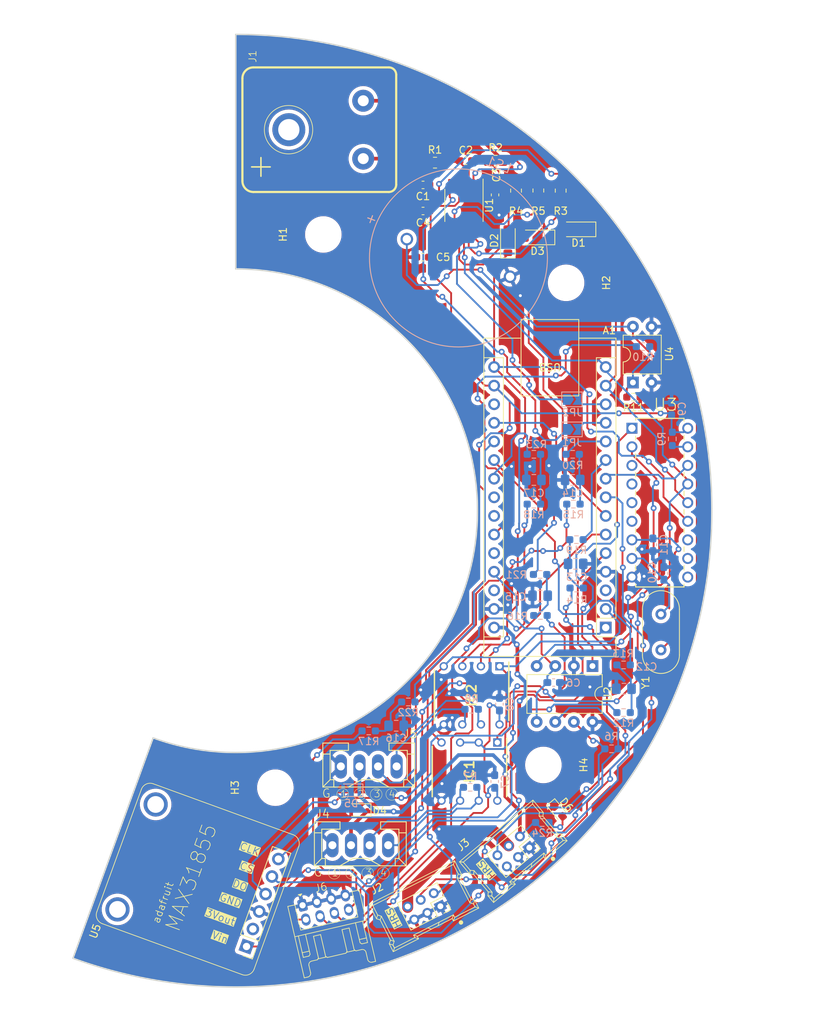
<source format=kicad_pcb>
(kicad_pcb (version 20221018) (generator pcbnew)
  (layers (0 "F.Cu" signal) (31 "B.Cu" signal) (34 "B.Paste" user) (35 "F.Paste" user) (36 "B.SilkS" user "B.Silkscreen") (37 "F.SilkS" user "F.Silkscreen") (38 "B.Mask" user) (39 "F.Mask" user) (44 "Edge.Cuts" user))
  (net 0 "")
  (net 1 "GND")
  (net 2 "+3.3V")
  (net 3 "BIAS")
  (net 4 "Net-(D2-A)")
  (net 5 "Net-(D3-A)")
  (net 6 "DRDY")
  (net 7 "RS485__RO-RX")
  (net 8 "RS485__DI-TX")
  (net 9 "+12V")
  (net 10 "~{FAULT}")
  (net 12 "Umbilical__launchPin")
  (net 13 "Umbilical__waitingPin")
  (net 15 "B3M_Servo__Open")
  (net 16 "B3M_Servo__Close")
  (net 17 "RS405_Servo__Open")
  (net 18 "RS405_Servo__Close")
  (net 21 "IO__Busser")
  (net 24 "MAX31855__~{CS}-~{CS}")
  (net 25 "RS485__A1")
  (net 26 "RS485__B1")
  (net 27 "RS485__A2")
  (net 28 "RS485__B2")
  (net 29 "MAX31856__~{CS}-~{CS}")
  (net 30 "MCP2515__~{CS}-~{CS}")
  (net 31 "MAX31856__DRDY-DRDY")
  (net 32 "MAX31856__FAULT-FAULT")
  (net 33 "SPI__MOSI")
  (net 34 "+5V")
  (net 35 "CAN__TXD-TXCAN")
  (net 36 "CAN__RXD-CANRX")
  (net 37 "Net-(U1-T+)")
  (net 38 "Net-(C13-Pad1)")
  (net 39 "OCS2")
  (net 40 "OCS1")
  (net 41 "Net-(C14-Pad1)")
  (net 42 "Net-(C15-Pad1)")
  (net 43 "Net-(C16-Pad1)")
  (net 44 "Net-(C17-Pad1)")
  (net 45 "SPI__MISO")
  (net 46 "SPI__SCLK")
  (net 47 "RS485__ENABLE_B3M")
  (net 48 "RS485__ENABLE_RS405")
  (net 49 "Net-(D1-A)")
  (net 50 "Umbilical__waitingInput")
  (net 51 "RS405_Servo__Openinput")
  (net 52 "Umbilical__launchInput")
  (net 53 "RS405_Servo__Closeinput")
  (net 54 "+VDC")
  (net 55 "CAN__L")
  (net 56 "CAN__H")
  (net 57 "Net-(U3-~RESET)")
  (net 58 "B3M_Servo__Openinput")
  (net 59 "B3M_Servo__Closeinput")
  (net 67 "/NanoEvery/PhotoMos_12Vin")
  (net 68 "Net-(C12-Pad1)")
  (net 70 "Net-(J1-Pin_2)")
  (net 71 "Net-(U1-T-)")
  (net 72 "Net-(D6-A)")
  (footprint "Capacitor_SMD:C_0603_1608Metric_Pad1.08x0.95mm_HandSolder" (layer "F.Cu") (at 134.456 45.586)
    (fp_text reference "C2")
    (fp_text value "0.1uF")
  )
  (footprint "Package_SO:TSSOP-14_4.4x5mm_P0.65mm" (layer "F.Cu") (at 134.202 51.682 -90)
    (fp_text reference "U1")
    (fp_text value "MAX31856MUD+T")
  )
  (footprint "Diode_SMD:D_SOD-123" (layer "F.Cu") (at 144.25 56.05 180)
    (fp_text reference "D3")
    (fp_text value "D")
  )
  (footprint "LTC1480CN8#PBF:DIP794W53P254L1016H394Q8N" (layer "F.Cu") (at 135.25 118.55 -90)
    (fp_text reference "IC2")
    (fp_text value "LTC1480CN8#PBF" hide)
  )
  (footprint "Hirose_Connector:Hirose_DF51A-6DP-2DSA" (layer "F.Cu") (at 128.75 147.35 27)
    (fp_text reference "J2")
    (fp_text value "Conn_02x03_Odd_Even")
  )
  (footprint "Diode_SMD:D_SOD-123" (layer "F.Cu") (at 149.85 54.95 180)
    (fp_text reference "D1")
    (fp_text value "D")
  )
  (footprint "Hirose_Connector:Hirose_DF51A-6DP-2DSA" (layer "F.Cu") (at 140.95 139.85 40)
    (fp_text reference "J3")
    (fp_text value "Conn_02x03_Odd_Even")
  )
  (footprint "MountingHole:MountingHole_4.5mm" (layer "F.Cu") (at 108.45 131.15 90)
    (fp_text reference "H3")
    (fp_text value "MountingHole")
  )
  (footprint "Resistor_SMD:R_0805_2012Metric_Pad1.20x1.40mm_HandSolder" (layer "F.Cu") (at 141.314 49.666 -90)
    (fp_text reference "R4")
    (fp_text value "10k" hide)
  )
  (footprint "Resistor_SMD:R_0805_2012Metric_Pad1.20x1.40mm_HandSolder" (layer "F.Cu") (at 138.52 45.586 180)
    (fp_text reference "R2")
    (fp_text value "100" hide)
  )
  (footprint "Package_DIP:DIP-8_W7.62mm" (layer "F.Cu") (at 151.75 114.55 -90)
    (fp_text reference "U2")
    (fp_text value "Value: MCP2562-E-P")
  )
  (footprint "CONNECTOR:CONNECTOR_4-STRAIGHT" (layer "F.Cu") (at 121.2 128.25)
    (fp_text reference "J5")
    (fp_text value "Conn_01x04")
  )
  (footprint "Diode_SMD:D_SOD-123" (layer "F.Cu") (at 140.2 56.5 90)
    (fp_text reference "D2")
    (fp_text value "D")
  )
  (footprint "Resistor_SMD:R_0805_2012Metric_Pad1.20x1.40mm_HandSolder" (layer "F.Cu") (at 144.362 49.65 -90)
    (fp_text reference "R5")
    (fp_text value "10k" hide)
  )
  (footprint "LTC1480CN8#PBF:DIP794W53P254L1016H394Q8N" (layer "F.Cu") (at 134.95 128.95 -90)
    (fp_text reference "IC1")
    (fp_text value "LTC1480CN8#PBF" hide)
  )
  (footprint "Resistor_SMD:R_0805_2012Metric_Pad1.20x1.40mm_HandSolder" (layer "F.Cu") (at 130.25 45.85)
    (fp_text reference "R1")
    (fp_text value "100" hide)
  )
  (footprint "Resistor_SMD:R_0805_2012Metric_Pad1.20x1.40mm_HandSolder" (layer "F.Cu") (at 147.41 49.666 -90)
    (fp_text reference "R3")
    (fp_text value "10k" hide)
  )
  (footprint "Package_DIP:DIP-4_W7.62mm" (layer "F.Cu") (at 157.275 75.85 90)
    (fp_text reference "U4")
    (fp_text value "TLP222A")
  )
  (footprint "MountingHole:MountingHole_4.5mm" (layer "F.Cu") (at 115 55.65 90)
    (fp_text reference "H1")
    (fp_text value "MountingHole")
  )
  (footprint "Hirose_Connector:Hirose_DF11B-8DP-2DS" (layer "F.Cu") (at 112.163473 147.201064 13)
    (fp_text reference "J6")
    (fp_text value "Conn_02x04_Odd_Even")
  )
  (footprint "Crystal:Crystal_HC49-U_Vertical" (layer "F.Cu") (at 161.1 112.35 90)
    (fp_text reference "Y1")
    (fp_text value "8MHz")
  )
  (footprint "MountingHole:MountingHole_4.5mm" (layer "F.Cu") (at 145.05 128.05 -90)
    (fp_text reference "H4")
    (fp_text value "MountingHole")
  )
  (footprint "MAX31855:MAX31855" (layer "F.Cu") (at 87.112448 139.732995 70)
    (fp_text reference "U5")
    (fp_text value "MAX31855")
  )
  (footprint "Capacitor_SMD:C_0603_1608Metric_Pad1.08x0.95mm_HandSolder" (layer "F.Cu") (at 128.614 48.888)
    (fp_text reference "C1")
    (fp_text value "0.01uF")
  )
  (footprint "LED_SMD:LED_0603_1608Metric_Pad1.05x0.95mm_HandSolder" (layer "F.Cu") (at 147.1 134.4 -50)
    (fp_text reference "D6")
    (fp_text value "LED")
  )
  (footprint "Resistor_SMD:R_0603_1608Metric_Pad0.98x0.95mm_HandSolder" (layer "F.Cu") (at 157.35 77.85 180)
    (fp_text reference "R11")
    (fp_text value "300")
  )
  (footprint "Capacitor_SMD:C_0603_1608Metric_Pad1.08x0.95mm_HandSolder" (layer "F.Cu") (at 138.45 50.25 -90)
    (fp_text reference "C3")
    (fp_text value "0.01uF")
  )
  (footprint "Module:Arduino_Nano" (layer "F.Cu") (at 153.56 109.3 180)
    (fp_text reference "A1")
    (fp_text value "Arduino_Nano_Every")
  )
  (footprint "CONNECTOR:CONNECTOR_4-STRAIGHT" (layer "F.Cu") (at 120.05 139)
    (fp_text reference "J4")
    (fp_text value "Conn_01x04")
  )
  (footprint "Diode_SMD:D_SOD-323F" (layer "F.Cu") (at 119.9 134.2 180)
    (fp_text reference "D4")
    (fp_text value "MM3Zxx")
  )
  (footprint "Capacitor_SMD:C_0603_1608Metric_Pad1.08x0.95mm_HandSolder" (layer "F.Cu") (at 128.55 58.75 180)
    (fp_text reference "C5")
    (fp_text value "0.1uF")
  )
  (footprint "Capacitor_SMD:C_0603_1608Metric_Pad1.08x0.95mm_HandSolder" (layer "F.Cu") (at 128.614 52.444 180)
    (fp_text reference "C4")
    (fp_text value "0.1uF")
  )
  (footprint "MountingHole:MountingHole_4.5mm" (layer "F.Cu") (at 148.15 62.25 -90)
    (fp_text reference "H2")
    (fp_text value "MountingHole")
  )
  (footprint "MAX31856MUD_T:RS_PRO_611-8157" (layer "F.Cu") (at 111.45 41.35 90)
    (fp_text reference "J1")
    (fp_text value "Screw_Terminal_01x02")
  )
  (footprint "MCP2515-I_P:DIP254P762X432-18" (layer "F.Cu") (at 164.76 102.41)
    (fp_text reference "U3")
    (fp_text value "MCP2515-I/P")
  )
  (footprint "Resistor_SMD:R_0603_1608Metric_Pad0.98x0.95mm_HandSolder" (layer "B.Cu") (at 162.65 83.55 -90)
    (fp_text reference "R9")
    (fp_text value "10k")
  )
  (footprint "Diode_SMD:D_SOD-323F" (layer "B.Cu") (at 118.8 131.5 180)
    (fp_text reference "D5")
    (fp_text value "MM3Zxx")
  )
  (footprint "Jumper:SolderJumper-2_P1.3mm_Open_TrianglePad1.0x1.5mm" (layer "B.Cu") (at 148.95 82.25)
    (fp_text reference "JP1")
    (fp_text value "SolderJumper_2_Bridged")
  )
  (footprint "Capacitor_SMD:C_0603_1608Metric_Pad1.08x0.95mm_HandSolder" (layer "B.Cu") (at 161.5 101.9 90)
    (fp_text reference "C10")
    (fp_text value "15pF")
  )
  (footprint "Capacitor_SMD:C_0805_2012Metric_Pad1.18x1.45mm_HandSolder" (layer "B.Cu") (at 149.45 100.6)
    (fp_text reference "C13")
    (fp_text value "0.1u")
  )
  (footprint "Resistor_SMD:R_0603_1608Metric_Pad0.98x0.95mm_HandSolder" (layer "B.Cu") (at 154.35 125.85)
    (fp_text reference "R6")
    (fp_text value "120")
  )
  (footprint "Resistor_SMD:R_0603_1608Metric_Pad0.98x0.95mm_HandSolder" (layer "B.Cu") (at 143.75 92.45)
    (fp_text reference "R18")
    (fp_text value "10k")
  )
  (footprint "Resistor_SMD:R_0603_1608Metric_Pad0.98x0.95mm_HandSolder" (layer "B.Cu") (at 149.05 85.65 180)
    (fp_text reference "R20")
    (fp_text value "1k")
  )
  (footprint "Resistor_SMD:R_0603_1608Metric_Pad0.98x0.95mm_HandSolder" (layer "B.Cu") (at 144.65 107.65 180)
    (fp_text reference "R16")
    (fp_text value "10k")
  )
  (footprint "Resistor_SMD:R_0603_1608Metric_Pad0.98x0.95mm_HandSolder" (layer "B.Cu") (at 126.6 119.45)
    (fp_text reference "R22")
    (fp_text value "1k")
  )
  (footprint "Resistor_SMD:R_0603_1608Metric_Pad0.98x0.95mm_HandSolder" (layer "B.Cu") (at 156 120.9)
    (fp_text reference "R12")
    (fp_text value "10k")
  )
  (footprint "Resistor_SMD:R_0603_1608Metric_Pad0.98x0.95mm_HandSolder" (layer "B.Cu") (at 156 114.4)
    (fp_text reference "R13")
    (fp_text value "1k")
  )
  (footprint "Capacitor_SMD:C_0603_1608Metric_Pad1.08x0.95mm_HandSolder" (layer "B.Cu") (at 162.55 79.45 90)
    (fp_text reference "C9")
    (fp_text value "0.1u")
  )
  (footprint "Capacitor_SMD:C_0603_1608Metric_Pad1.08x0.95mm_HandSolder" (layer "B.Cu") (at 139.05 119.75 90)
    (fp_text reference "C8")
    (fp_text value "0.1u")
  )
  (footprint "Capacitor_SMD:C_0603_1608Metric_Pad1.08x0.95mm_HandSolder" (layer "B.Cu") (at 160 98 -90)
    (fp_text reference "C11")
    (fp_text value "15pF")
  )
  (footprint "Capacitor_SMD:C_0805_2012Metric_Pad1.18x1.45mm_HandSolder" (layer "B.Cu") (at 143.75 89.15 180)
    (fp_text reference "C17")
    (fp_text value "0.1u")
  )
  (footprint "Resistor_SMD:R_0603_1608Metric_Pad0.98x0.95mm_HandSolder" (layer "B.Cu") (at 158.65 70.95)
    (fp_text reference "R10")
    (fp_text value "620")
  )
  (footprint "Resistor_SMD:R_0603_1608Metric_Pad0.98x0.95mm_HandSolder" (layer "B.Cu") (at 135.05 131.1 180)
    (fp_text reference "R7")
    (fp_text value "120")
  )
  (footprint "Resistor_SMD:R_0603_1608Metric_Pad0.98x0.95mm_HandSolder" (layer "B.Cu") (at 149.15 92.45)
    (fp_text reference "R15")
    (fp_text value "10k")
  )
  (footprint "Capacitor_SMD:C_0805_2012Metric_Pad1.18x1.45mm_HandSolder" (layer "B.Cu") (at 144.6 104.95 180)
    (fp_text reference "C15")
    (fp_text value "0.1u")
  )
  (footprint "Resistor_SMD:R_0603_1608Metric_Pad0.98x0.95mm_HandSolder" (layer "B.Cu") (at 121.2 123.4)
    (fp_text reference "R17")
    (fp_text value "10k")
  )
  (footprint "Resistor_SMD:R_0603_1608Metric_Pad0.98x0.95mm_HandSolder" (layer "B.Cu") (at 144.9 135.9)
    (fp_text reference "R24")
    (fp_text value "1k")
  )
  (footprint "Capacitor_SMD:C_0805_2012Metric_Pad1.18x1.45mm_HandSolder" (layer "B.Cu") (at 149.05 89.15 180)
    (fp_text reference "C14")
    (fp_text value "0.1u")
  )
  (footprint "Capacitor_SMD:C_0603_1608Metric_Pad1.08x0.95mm_HandSolder" (layer "B.Cu") (at 138.4 130.3 90)
    (fp_text reference "C7")
    (fp_text value "0.1u")
  )
  (footprint "Resistor_SMD:R_0603_1608Metric_Pad0.98x0.95mm_HandSolder" (layer "B.Cu") (at 149.6 103.9)
    (fp_text reference "R14")
    (fp_text value "10k")
  )
  (footprint "Capacitor_SMD:C_0805_2012Metric_Pad1.18x1.45mm_HandSolder" (layer "B.Cu") (at 156.05 117.65 180)
    (fp_text reference "C12")
    (fp_text value "0.1u")
  )
  (footprint "Capacitor_SMD:C_0805_2012Metric_Pad1.18x1.45mm_HandSolder" (layer "B.Cu") (at 124.95 122.7)
    (fp_text reference "C16")
    (fp_text value "0.1u")
  )
  (footprint "Resistor_SMD:R_0603_1608Metric_Pad0.98x0.95mm_HandSolder" (layer "B.Cu") (at 149.565 97.3)
    (fp_text reference "R19")
    (fp_text value "1k")
  )
  (footprint "Capacitor_SMD:C_0603_1608Metric_Pad1.08x0.95mm_HandSolder" (layer "B.Cu") (at 146.45 116.8 180)
    (fp_text reference "C6")
    (fp_text value "0.1u")
  )
  (footprint "Jumper:SolderJumper-2_P1.3mm_Open_TrianglePad1.0x1.5mm" (layer "B.Cu") (at 148.95 78.15)
    (fp_text reference "JP2")
    (fp_text value "SolderJumper_2_Bridged")
  )
  (footprint "Resistor_SMD:R_0603_1608Metric_Pad0.98x0.95mm_HandSolder" (layer "B.Cu") (at 143.75 85.65 180)
    (fp_text reference "R23")
    (fp_text value "1k")
  )
  (footprint "Resistor_SMD:R_0603_1608Metric_Pad0.98x0.95mm_HandSolder" (layer "B.Cu") (at 144.6 102.05 180)
    (fp_text reference "R21")
    (fp_text value "1k")
  )
  (footprint "Resistor_SMD:R_0603_1608Metric_Pad0.98x0.95mm_HandSolder" (layer "B.Cu") (at 135.25 120.45 180)
    (fp_text reference "R8")
    (fp_text value "120")
  )
  (footprint "PKB24SPCH3601-B0:SPKR_PKB24SPCH3601-B0" (layer "B.Cu") (at 133.45 58.85 160)
    (fp_text reference "LS1")
    (fp_text value "PKB24SPCH3601-B0")
  )
  (gr_arc (start 103.05 28.35) (mid 167.062504 104.637131) (end 80.818691 154.43002) (stroke (width 0.2)) (layer "Edge.Cuts"))
  (gr_arc (start 103.05 60.35) (mid 135.548656 99.08039) (end 91.763335 124.359856) (stroke (width 0.2)) (layer "Edge.Cuts"))
  (gr_line (start 103.05 60.35) (end 103.05 28.35) (stroke (width 0.2)) (layer "Edge.Cuts"))
  (gr_line (start 91.763335 124.359856) (end 80.818691 154.43002) (stroke (width 0.2)) (layer "Edge.Cuts"))
  (segment (start 136.152 48.8195) (end 136.15 48.8215) (width 0.25) (layer "F.Cu") (net 1))
  (segment (start 136.15 48.8215) (end 136.15 54.5425) (width 0.25) (layer "F.Cu") (net 1))
  (segment (start 136.15 54.5425) (end 136.152 54.5445) (width 0.25) (layer "F.Cu") (net 1))
  (via (at 140.2 106.2) (size 0.8) (drill 0.4) (layers "F.Cu" "B.Cu") (net 1))
  (via (at 140.7 87.3) (size 0.8) (drill 0.4) (layers "F.Cu" "B.Cu") (net 1))
  (via (at 141.9 64) (size 0.8) (drill 0.4) (layers "F.Cu" "B.Cu") (net 1))
  (via (at 145.8 87.2) (size 0.8) (drill 0.4) (layers "F.Cu" "B.Cu") (net 1))
  (via (at 130.8 136.8) (size 0.8) (drill 0.4) (layers "F.Cu" "B.Cu") (net 1))
  (via (at 139 53) (size 0.8) (drill 0.4) (layers "F.Cu" "B.Cu") (net 1))
  (via (at 158.5 98.6) (size 0.8) (drill 0.4) (layers "F.Cu" "B.Cu") (net 1))
  (via (at 132.6 121.6) (size 0.8) (drill 0.4) (layers "F.Cu" "B.Cu") (net 1))
  (via (at 143.2 87.3) (size 0.8) (drill 0.4) (layers "F.Cu" "B.Cu") (net 1))
  (via (at 158.8 102.3) (size 0.8) (drill 0.4) (layers "F.Cu" "B.Cu") (net 1))
  (via (at 140.7 103.3) (size 0.8) (drill 0.4) (layers "F.Cu" "B.Cu") (net 1))
  (via (at 131.2 130.6) (size 0.8) (drill 0.4) (layers "F.Cu" "B.Cu") (net 1))
  (via (at 131.1 116.4) (size 0.8) (drill 0.4) (layers "F.Cu" "B.Cu") (net 1))
  (via (at 151.4 117.4) (size 0.8) (drill 0.4) (layers "F.Cu" "B.Cu") (net 1))
  (via (at 132.2 118.3) (size 0.8) (drill 0.4) (layers "F.Cu" "B.Cu") (net 1))
  (via (at 128.3 117.8) (size 0.8) (drill 0.4) (layers "F.Cu" "B.Cu") (net 1))
  (segment (start 144.362 48.65) (end 144.378 48.666) (width 0.25) (layer "F.Cu") (net 2))
  (segment (start 137.5 132.2) (end 137.5 133.8) (width 0.25) (layer "F.Cu") (net 2))
  (segment (start 136.2755 89.8755) (end 137.05 90.65) (width 0.25) (layer "F.Cu") (net 2))
  (segment (start 137.5 132.2) (end 137 131.7) (width 0.25) (layer "F.Cu") (net 2))
  (segment (start 144.378 48.666) (end 147.41 48.666) (width 0.25) (layer "F.Cu") (net 2))
  (segment (start 137.08 76.28) (end 138.32 76.28) (width 0.25) (layer "F.Cu") (net 2))
  (segment (start 147.156 47.364) (end 147.41 47.618) (width 0.25) (layer "F.Cu") (net 2))
  (segment (start 140.45 82.0845) (end 140.45 78.41) (width 0.25) (layer "F.Cu") (net 2))
  (segment (start 129.6515 56.1485) (end 129.6515 56.75) (width 0.25) (layer "F.Cu") (net 2))
  (segment (start 132.45 71.65) (end 137.08 76.28) (width 0.25) (layer "F.Cu") (net 2))
  (segment (start 122.9 147.2) (end 117.276361 152.823639) (width 0.25) (layer "F.Cu") (net 2))
  (segment (start 135.4 104.5) (end 135.4 108.723832) (width 0.25) (layer "F.Cu") (net 2))
  (segment (start 135.4 108.723832) (end 129.025 115.098832) (width 0.25) (layer "F.Cu") (net 2))
  (segment (start 127.625 119.775) (end 127.625 139.775) (width 0.25) (layer "F.Cu") (net 2))
  (segment (start 137.5 133.8) (end 136.7 134.6) (width 0.25) (layer "F.Cu") (net 2))
  (segment (start 124.15 147.05) (end 123.05 147.05) (width 0.25) (layer "F.Cu") (net 2))
  (segment (start 129.6515 52.444) (end 129.6515 56.75) (width 0.25) (layer "F.Cu") (net 2))
  (segment (start 132.45 63.65) (end 132.45 71.65) (width 0.25) (layer "F.Cu") (net 2))
  (segment (start 146.14 47.364) (end 147.156 47.364) (width 0.25) (layer "F.Cu") (net 2))
  (segment (start 137 131.7) (end 137 125.461772) (width 0.25) (layer "F.Cu") (net 2))
  (segment (start 129.6515 56.75) (end 129.65 56.7515) (width 0.25) (layer "F.Cu") (net 2))
  (segment (start 140.45 78.41) (end 138.32 76.28) (width 0.25) (layer "F.Cu") (net 2))
  (segment (start 131.2555 54.5445) (end 132.252 54.5445) (width 0.25) (layer "F.Cu") (net 2))
  (segment (start 147.41 47.618) (end 147.41 48.666) (width 0.25) (layer "F.Cu") (net 2))
  (segment (start 136.2755 84.353509) (end 136.2755 89.8755) (width 0.25) (layer "F.Cu") (net 2))
  (segment (start 141.314 48.666) (end 144.346 48.666) (width 0.25) (layer "F.Cu") (net 2))
  (segment (start 129.65 60.85) (end 132.45 63.65) (width 0.25) (layer "F.Cu") (net 2))
  (segment (start 129.025 115.098832) (end 129.025 118.375) (width 0.25) (layer "F.Cu") (net 2))
  (segment (start 124.55 146.65) (end 124.15 147.05) (width 0.25) (layer "F.Cu") (net 2))
  (segment (start 123.05 147.05) (end 122.9 147.2) (width 0.25) (layer "F.Cu") (net 2))
  (segment (start 137 125.461772) (end 137.7 124.761772) (width 0.25) (layer "F.Cu") (net 2))
  (segment (start 133.552 48.8195) (end 133.552 51.148) (width 0.25) (layer "F.Cu") (net 2))
  (segment (start 130.8 48.75) (end 130.8 51.2955) (width 0.25) (layer "F.Cu") (net 2))
  (segment (start 133.552 51.148) (end 132.95 51.75) (width 0.25) (layer "F.Cu") (net 2))
  (segment (start 161.05 80.05) (end 155.35 80.05) (width 0.25) (layer "F.Cu") (net 2))
  (segment (start 137.05 90.65) (end 137.05 102.85) (width 0.25) (layer "F.Cu") (net 2))
  (segment (start 129.025 118.375) (end 127.625 119.775) (width 0.25) (layer "F.Cu") (net 2))
  (segment (start 130.8 51.2955) (end 129.6515 52.444) (width 0.25) (layer "F.Cu") (net 2))
  (segment (start 132.95 51.75) (end 130.3455 51.75) (width 0.25) (layer "F.Cu") (net 2))
  (segment (start 129.65 56.7515) (end 129.65 60.85) (width 0.25) (layer "F.Cu") (net 2))
  (segment (start 117.276361 152.823639) (end 104.512538 152.823639) (width 0.25) (layer "F.Cu") (net 2))
  (segment (start 137.7 124.761772) (end 137.7 119.9) (width 0.25) (layer "F.Cu") (net 2))
  (segment (start 137.05 102.85) (end 135.4 104.5) (width 0.25) (layer "F.Cu") (net 2))
  (segment (start 136.7 134.6) (end 135.5 134.6) (width 0.25) (layer "F.Cu") (net 2))
  (segment (start 127.625 139.775) (end 127.55 139.85) (width 0.25) (layer "F.Cu") (net 2))
  (segment (start 135.5 134.6) (end 122.9 147.2) (width 0.25) (layer "F.Cu") (net 2))
  (segment (start 130.3455 51.75) (end 129.6515 52.444) (width 0.25) (layer "F.Cu") (net 2))
  (segment (start 131.2555 54.5445) (end 129.6515 56.1485) (width 0.25) (layer "F.Cu") (net 2))
  (segment (start 144.346 48.666) (end 144.362 48.65) (width 0.25) (layer "F.Cu") (net 2))
  (via (at 146.14 47.364) (size 0.8) (drill 0.4) (layers "F.Cu" "B.Cu") (net 2))
  (via (at 127.55 139.85) (size 0.8) (drill 0.4) (layers "F.Cu" "B.Cu") (net 2))
  (via (at 137.7 119.9) (size 0.8) (drill 0.4) (layers "F.Cu" "B.Cu") (net 2))
  (via (at 124.55 146.65) (size 0.8) (drill 0.4) (layers "F.Cu" "B.Cu") (net 2))
  (via (at 140.45 82.0845) (size 0.8) (drill 0.4) (layers "F.Cu" "B.Cu") (net 2))
  (via (at 161.05 80.05) (size 0.8) (drill 0.4) (layers "F.Cu" "B.Cu") (net 2))
  (via (at 130.8 48.75) (size 0.8) (drill 0.4) (layers "F.Cu" "B.Cu") (net 2))
  (via (at 155.35 80.05) (size 0.8) (drill 0.4) (layers "F.Cu" "B.Cu") (net 2))
  (via (at 136.2755 84.353509) (size 0.8) (drill 0.4) (layers "F.Cu" "B.Cu") (net 2))
  (via (at 137.5 132.2) (size 0.8) (drill 0.4) (layers "F.Cu" "B.Cu") (net 2))
  (segment (start 162.2875 80.05) (end 162.55 80.3125) (width 0.25) (layer "B.Cu") (net 2))
  (segment (start 139.05 122.509) (end 139.06 122.519) (width 0.25) (layer "B.Cu") (net 2))
  (segment (start 125.25 142.15) (end 125.25 145.95) (width 0.25) (layer "B.Cu") (net 2))
  (segment (start 135.4 44.15) (end 142.926 44.15) (width 0.25) (layer "B.Cu") (net 2))
  (segment (start 137.7 119.9) (end 138.3375 119.9) (width 0.25) (layer "B.Cu") (net 2))
  (segment (start 138.3375 119.9) (end 139.05 120.6125) (width 0.25) (layer "B.Cu") (net 2))
  (segment (start 155.35 80.05) (end 142.09 80.05) (width 0.25) (layer "B.Cu") (net 2))
  (segment (start 127.55 139.85) (end 125.25 142.15) (width 0.25) (layer "B.Cu") (net 2))
  (segment (start 137.5 132.2) (end 137.5 131.3) (width 0.25) (layer "B.Cu") (net 2))
  (segment (start 139.7595 82.775) (end 140.45 82.0845) (width 0.25) (layer "B.Cu") (net 2))
  (segment (start 137.854009 82.775) (end 139.7595 82.775) (width 0.25) (layer "B.Cu") (net 2))
  (segment (start 161.05 80.05) (end 162.2875 80.05) (width 0.25) (layer "B.Cu") (net 2))
  (segment (start 130.8 48.75) (end 135.4 44.15) (width 0.25) (layer "B.Cu") (net 2))
  (segment (start 139.05 120.6125) (end 139.05 122.509) (width 0.25) (layer "B.Cu") (net 2))
  (segment (start 142.09 80.05) (end 138.32 76.28) (width 0.25) (layer "B.Cu") (net 2))
  (segment (start 162.55 80.3125) (end 162.55 82.5375) (width 0.25) (layer "B.Cu") (net 2))
  (segment (start 142.926 44.15) (end 146.14 47.364) (width 0.25) (layer "B.Cu") (net 2))
  (segment (start 137.5 131.3) (end 137.8375 130.9625) (width 0.25) (layer "B.Cu") (net 2))
  (segment (start 164.2125 82.6375) (end 164.76 82.09) (width 0.25) (layer "B.Cu") (net 2))
  (segment (start 138.75 132.909) (end 138.76 132.919) (width 0.25) (layer "B.Cu") (net 2))
  (segment (start 162.65 82.6375) (end 164.2125 82.6375) (width 0.25) (layer "B.Cu") (net 2))
  (segment (start 137.8375 130.9625) (end 138.6 130.9625) (width 0.25) (layer "B.Cu") (net 2))
  (segment (start 138.75 130.9625) (end 138.75 132.909) (width 0.25) (layer "B.Cu") (net 2))
  (segment (start 136.2755 84.353509) (end 137.854009 82.775) (width 0.25) (layer "B.Cu") (net 2))
  (segment (start 125.25 145.95) (end 124.55 146.65) (width 0.25) (layer "B.Cu") (net 2))
  (segment (start 162.55 82.5375) (end 162.65 82.6375) (width 0.25) (layer "B.Cu") (net 2))
  (segment (start 141.386 45.586) (end 139.52 45.586) (width 0.25) (layer "F.Cu") (net 3))
  (segment (start 120.45 37.4) (end 131.334 37.4) (width 0.5) (layer "F.Cu") (net 3))
  (segment (start 141.85 46.05) (end 141.386 45.586) (width 0.25) (layer "F.Cu") (net 3))
  (segment (start 131.334 37.4) (end 139.201802 45.267802) (width 0.5) (layer "F.Cu") (net 3))
  (segment (start 135.502 48.8195) (end 135.502 47.5225) (width 0.25) (layer "F.Cu") (net 3))
  (segment (start 135.502 47.5225) (end 135.75 47.2745) (width 0.25) (layer "F.Cu") (net 3))
  (segment (start 141.85 46.45) (end 141.85 46.05) (width 0.25) (layer "F.Cu") (net 3))
  (via (at 141.85 46.45) (size 0.8) (drill 0.4) (layers "F.Cu" "B.Cu") (net 3))
  (via (at 135.75 47.2745) (size 0.8) (drill 0.4) (layers "F.Cu" "B.Cu") (net 3))
  (segment (start 141.85 46.45) (end 141.55 46.75) (width 0.25) (layer "B.Cu") (net 3))
  (segment (start 136.2745 46.75) (end 135.75 47.2745) (width 0.25) (layer "B.Cu") (net 3))
  (segment (start 141.55 46.75) (end 136.2745 46.75) (width 0.25) (layer "B.Cu") (net 3))
  (segment (start 134.25 59.75) (end 133.552 59.052) (width 0.25) (layer "F.Cu") (net 4))
  (segment (start 141.314 50.666) (end 140.3 51.68) (width 0.25) (layer "F.Cu") (net 4))
  (segment (start 136.85 59.75) (end 134.25 59.75) (width 0.25) (layer "F.Cu") (net 4))
  (segment (start 140.3 56.3) (end 136.85 59.75) (width 0.25) (layer "F.Cu") (net 4))
  (segment (start 140.3 51.68) (end 140.3 56.3) (width 0.25) (layer "F.Cu") (net 4))
  (segment (start 133.552 59.052) (end 133.552 54.567) (width 0.25) (layer "F.Cu") (net 4))
  (segment (start 144.362 51.428) (end 144.362 50.65) (width 0.25) (layer "F.Cu") (net 5))
  (segment (start 142.6 56.05) (end 144.362 54.288) (width 0.25) (layer "F.Cu") (net 5))
  (segment (start 143.448 52.952) (end 144.362 52.038) (width 0.25) (layer "F.Cu") (net 5))
  (segment (start 132.902 53.581979) (end 132.902 54.5445) (width 0.25) (layer "F.Cu") (net 5))
  (segment (start 144.362 52.038) (end 144.362 51.428) (width 0.25) (layer "F.Cu") (net 5))
  (segment (start 144.362 54.288) (end 144.362 52.038) (width 0.25) (layer "F.Cu") (net 5))
  (segment (start 132.912701 53.571278) (end 132.902 53.581979) (width 0.25) (layer "F.Cu") (net 5))
  (segment (start 132.912701 52.512701) (end 132.912701 53.571278) (width 0.25) (layer "F.Cu") (net 5))
  (segment (start 142.838 52.952) (end 143.448 52.952) (width 0.25) (layer "F.Cu") (net 5))
  (via (at 132.912701 52.512701) (size 0.8) (drill 0.4) (layers "F.Cu" "B.Cu") (net 5))
  (via (at 142.838 52.952) (size 0.8) (drill 0.4) (layers "F.Cu" "B.Cu") (net 5))
  (segment (start 136.027376 51.9) (end 138.349882 54.222506) (width 0.25) (layer "B.Cu") (net 5))
  (segment (start 133.525402 51.9) (end 136.027376 51.9) (width 0.25) (layer "B.Cu") (net 5))
  (segment (start 140.948 52.952) (end 142.838 52.952) (width 0.25) (layer "B.Cu") (net 5))
  (segment (start 132.912701 52.512701) (end 133.525402 51.9) (width 0.25) (layer "B.Cu") (net 5))
  (segment (start 139.677494 54.222506) (end 140.948 52.952) (width 0.25) (layer "B.Cu") (net 5))
  (segment (start 138.349882 54.222506) (end 139.677494 54.222506) (width 0.25) (layer "B.Cu") (net 5))
  (segment (start 128.65 62.05) (end 130.75 64.15) (width 0.25) (layer "F.Cu") (net 6))
  (segment (start 140.1 72.4) (end 139.35 71.65) (width 0.25) (layer "F.Cu") (net 6))
  (segment (start 132.252 50.525) (end 132.672 50.945) (width 0.25) (layer "F.Cu") (net 6))
  (segment (start 143.95 78.3) (end 140.1 74.45) (width 0.25) (layer "F.Cu") (net 6))
  (segment (start 130.75 64.15) (end 131.25 64.15) (width 0.25) (layer "F.Cu") (net 6))
  (segment (start 128.65 61.75) (end 128.65 62.05) (width 0.25) (layer "F.Cu") (net 6))
  (segment (start 143.95 82.45) (end 143.95 78.3) (width 0.25) (layer "F.Cu") (net 6))
  (segment (start 140.1 74.45) (end 140.1 72.4) (width 0.25) (layer "F.Cu") (net 6))
  (segment (start 132.252 48.8195) (end 132.252 50.525) (width 0.25) (layer "F.Cu") (net 6))
  (via (at 128.65 61.75) (size 0.8) (drill 0.4) (layers "F.Cu" "B.Cu") (net 6))
  (via (at 132.672 50.945) (size 0.8) (drill 0.4) (layers "F.Cu" "B.Cu") (net 6))
  (via (at 143.95 82.45) (size 0.8) (drill 0.4) (layers "F.Cu" "B.Cu") (net 6))
  (via (at 131.25 64.15) (size 0.8) (drill 0.4) (layers "F.Cu" "B.Cu") (net 6))
  (via (at 139.35 71.65) (size 0.8) (drill 0.4) (layers "F.Cu" "B.Cu") (net 6))
  (segment (start 139.35 71.65) (end 138.75 71.65) (width 0.25) (layer "B.Cu") (net 6))
  (segment (start 143.95 82.45) (end 145.2 83.7) (width 0.25) (layer "B.Cu") (net 6))
  (segment (start 128.65 54.967) (end 132.672 50.945) (width 0.25) (layer "B.Cu") (net 6))
  (segment (start 145.2 83.7) (end 146.775 83.7) (width 0.25) (layer "B.Cu") (net 6))
  (segment (start 146.775 83.7) (end 148.225 82.25) (width 0.25) (layer "B.Cu") (net 6))
  (segment (start 128.65 61.75) (end 128.65 54.967) (width 0.25) (layer "B.Cu") (net 6))
  (segment (start 138.75 71.65) (end 131.25 64.15) (width 0.25) (layer "B.Cu") (net 6))
  (segment (start 138.76 124.14) (end 139.9995 122.9005) (width 0.25) (layer "F.Cu") (net 7))
  (segment (start 139.9995 122.9005) (end 139.9995 115.5205) (width 0.25) (layer "F.Cu") (net 7))
  (segment (start 138.76 124.981) (end 138.76 124.14) (width 0.25) (layer "F.Cu") (net 7))
  (segment (start 139.9995 115.5205) (end 139.06 114.581) (width 0.25) (layer "F.Cu") (net 7))
  (segment (start 141.319 114.581) (end 139.06 114.581) (width 0.25) (layer "B.Cu") (net 7))
  (segment (start 155.45 108.65) (end 155.45 109.95) (width 0.25) (layer "B.Cu") (net 7))
  (segment (start 154.2 111.2) (end 144.7 111.2) (width 0.25) (layer "B.Cu") (net 7))
  (segment (start 155.45 109.95) (end 154.2 111.2) (width 0.25) (layer "B.Cu") (net 7))
  (segment (start 153.56 106.76) (end 155.45 108.65) (width 0.25) (layer "B.Cu") (net 7))
  (segment (start 144.7 111.2) (end 141.319 114.581) (width 0.25) (layer "B.Cu") (net 7))
  (segment (start 129.925 123.766) (end 129.925 116.096) (width 0.25) (layer "F.Cu") (net 8))
  (segment (start 129.925 116.096) (end 131.44 114.581) (width 0.25) (layer "F.Cu") (net 8))
  (segment (start 131.14 124.981) (end 129.925 123.766) (width 0.25) (layer "F.Cu") (net 8))
  (segment (start 144.15 110.15) (end 140.95 113.35) (width 0.25) (layer "B.Cu") (net 8))
  (segment (start 152.71 110.15) (end 144.15 110.15) (width 0.25) (layer "B.Cu") (net 8))
  (segment (start 140.95 113.35) (end 132.671 113.35) (width 0.25) (layer "B.Cu") (net 8))
  (segment (start 132.671 113.35) (end 131.44 114.581) (width 0.25) (layer "B.Cu") (net 8))
  (segment (start 153.56 109.3) (end 152.71 110.15) (width 0.25) (layer "B.Cu") (net 8))
  (segment (start 163.8 113.5) (end 163.8 105.95) (width 0.25) (layer "F.Cu") (net 9))
  (segment (start 159.8 117.5) (end 163.8 113.5) (width 0.25) (layer "F.Cu") (net 9))
  (segment (start 141.75 124.854076) (end 141.75 119.374598) (width 0.5) (layer "F.Cu") (net 9))
  (segment (start 163.8 105.95) (end 166 103.75) (width 0.25) (layer "F.Cu") (net 9))
  (segment (start 120.9255 134.4) (end 118.78 136.5455) (width 0.5) (layer "F.Cu") (net 9))
  (segment (start 118.78 136.5455) (end 118.78 139) (width 0.5) (layer "F.Cu") (net 9))
  (segment (start 166 103.75) (end 166 81.35) (width 0.25) (layer "F.Cu") (net 9))
  (segment (start 141.839301 134.339301) (end 141.839301 137.79838) (width 0.5) (layer "F.Cu") (net 9))
  (segment (start 141.5 111.7) (end 141.5 115.65) (width 0.5) (layer "F.Cu") (net 9))
  (segment (start 164.5 76.7) (end 157.275 69.475) (width 0.25) (layer "F.Cu") (net 9))
  (segment (start 159.8 119.55) (end 159.8 117.5) (width 0.25) (layer "F.Cu") (net 9))
  (segment (start 139.85 129.3) (end 139.85 132.35) (width 0.5) (layer "F.Cu") (net 9))
  (segment (start 136.4255 60.45) (end 132.75 60.45) (width 0.25) (layer "F.Cu") (net 9))
  (segment (start 141.75 119.374598) (end 141.812299 119.312299) (width 0.5) (layer "F.Cu") (net 9))
  (segment (start 136.45 60.4745) (end 136.4255 60.45) (width 0.25) (layer "F.Cu") (net 9))
  (segment (start 140.7 127.986828) (end 140.7 125.904076) (width 0.5) (layer "F.Cu") (net 9))
  (segment (start 140.7 125.904076) (end 141.75 124.854076) (width 0.5) (layer "F.Cu") (net 9))
  (segment (start 132.75 60.45) (end 131.85 61.35) (width 0.25) (layer "F.Cu") (net 9))
  (segment (start 164.5 79.85) (end 164.5 76.7) (width 0.25) (layer "F.Cu") (net 9))
  (segment (start 139.85 128.836828) (end 140.7 127.986828) (width 0.5) (layer "F.Cu") (net 9))
  (segment (start 139.85 129.3) (end 139.85 128.836828) (width 0.5) (layer "F.Cu") (net 9))
  (segment (start 157.275 69.475) (end 157.275 68.23) (width 0.25) (layer "F.Cu") (net 9))
  (segment (start 166 81.35) (end 164.5 79.85) (width 0.25) (layer "F.Cu") (net 9))
  (segment (start 124.6 134.4) (end 120.9255 134.4) (width 0.5) (layer "F.Cu") (net 9))
  (segment (start 139.85 132.35) (end 141.839301 134.339301) (width 0.5) (layer "F.Cu") (net 9))
  (segment (start 141.412299 111.612299) (end 141.5 111.7) (width 0.5) (layer "F.Cu") (net 9))
  (via (at 131.85 61.35) (size 0.8) (drill 0.4) (layers "F.Cu" "B.Cu") (net 9))
  (via (at 124.6 134.4) (size 0.8) (drill 0.4) (layers "F.Cu" "B.Cu") (net 9))
  (via (at 141.412299 111.612299) (size 0.8) (drill 0.4) (layers "F.Cu" "B.Cu") (net 9))
  (via (at 141.812299 119.312299) (size 0.8) (drill 0.4) (layers "F.Cu" "B.Cu") (net 9))
  (via (at 139.85 129.3) (size 0.8) (drill 0.4) (layers "F.Cu" "B.Cu") (net 9))
  (via (at 136.45 60.4745) (size 0.8) (drill 0.4) (layers "F.Cu" "B.Cu") (net 9))
  (via (at 159.8 119.55) (size 0.8) (drill 0.4) (layers "F.Cu" "B.Cu") (net 9))
  (via (at 141.5 115.65) (size 0.8) (drill 0.4) (layers "F.Cu" "B.Cu") (net 9))
  (segment (start 141.410217 111.612299) (end 140.95 111.152082) (width 0.5) (layer "B.Cu") (net 9))
  (segment (start 159.8 119.55) (end 159.8 121.8) (width 0.25) (layer "B.Cu") (net 9))
  (segment (start 119.93 131.2) (end 119.93 128.25) (width 0.5) (layer "B.Cu") (net 9))
  (segment (start 142.6 118.524598) (end 142.6 116.75) (width 0.5) (layer "B.Cu") (net 9))
  (segment (start 155.2 130.149903) (end 148.087202 137.262701) (width 0.25) (layer "B.Cu") (net 9))
  (segment (start 140.95 110.447918) (end 139.802082 109.3) (width 0.5) (layer "B.Cu") (net 9))
  (segment (start 145.350201 137.262701) (end 143.9875 135.9) (width 0.25) (layer "B.Cu") (net 9))
  (segment (start 136.45 60.55) (end 144.13 68.23) (width 0.25) (layer "B.Cu") (net 9))
  (segment (start 155.2 128.236396) (end 155.2 130.149903) (width 0.25) (layer "B.Cu") (net 9))
  (segment (start 141.412299 111.612299) (end 141.410217 111.612299) (width 0.5) (layer "B.Cu") (net 9))
  (segment (start 133.45 126.7) (end 138.186828 126.7) (width 0.5) (layer "B.Cu") (net 9))
  (segment (start 124.6755 134.4755) (end 125.6745 134.4755) (width 0.5) (layer "B.Cu") (net 9))
  (segment (start 142.6 116.75) (end 141.5 115.65) (width 0.5) (layer "B.Cu") (net 9))
  (segment (start 131.85 61.35) (end 130.65 62.55) (width 0.25) (layer "B.Cu") (net 9))
  (segment (start 148.087202 137.262701) (end 145.350201 137.262701) (width 0.25) (layer "B.Cu") (net 9))
  (segment (start 139.802082 109.3) (end 138.32 109.3) (width 0.5) (layer "B.Cu") (net 9))
  (segment (start 126.402305 61.202305) (end 126.402305 56.284849) (width 0.25) (layer "B.Cu") (net 9))
  (segment (start 136.45 60.4745) (end 136.45 60.55) (width 0.25) (layer "B.Cu") (net 9))
  (segment (start 124.6 134.4) (end 122.1 134.4) (width 0.5) (layer "B.Cu") (net 9))
  (segment (start 130.65 62.55) (end 127.75 62.55) (width 0.25) (layer "B.Cu") (net 9))
  (segment (start 122.1 134.4) (end 119.93 132.23) (width 0.5) (layer "B.Cu") (net 9))
  (segment (start 139.85 128.363172) (end 139.85 129.3) (width 0.5) (layer "B.Cu") (net 9))
  (segment (start 156.7 126.736396) (end 155.2 128.236396) (width 0.25) (layer "B.Cu") (net 9))
  (segment (start 119.9 131.23) (end 119.93 131.2) (width 0.25) (layer "B.Cu") (net 9))
  (segment (start 144.13 68.23) (end 157.275 68.23) (width 0.25) (layer "B.Cu") (net 9))
  (segment (start 124.6 134.4) (end 124.6755 134.4755) (width 0.5) (layer "B.Cu") (net 9))
  (segment (start 119.9 131.5) (end 119.9 131.23) (width 0.25) (layer "B.Cu") (net 9))
  (segment (start 141.812299 119.312299) (end 142.6 118.524598) (width 0.5) (layer "B.Cu") (net 9))
  (segment (start 140.95 111.152082) (end 140.95 110.447918) (width 0.5) (layer "B.Cu") (net 9))
  (segment (start 127.75 62.55) (end 126.402305 61.202305) (width 0.25) (layer "B.Cu") (net 9))
  (segment (start 143.737681 135.9) (end 143.9875 135.9) (width 0.25) (layer "B.Cu") (net 9))
  (segment (start 138.186828 126.7) (end 139.85 128.363172) (width 0.5) (layer "B.Cu") (net 9))
  (segment (start 125.6745 134.4755) (end 133.45 126.7) (width 0.5) (layer "B.Cu") (net 9))
  (segment (start 141.839301 137.79838) (end 143.737681 135.9) (width 0.25) (layer "B.Cu") (net 9))
  (segment (start 159.8 121.8) (end 156.7 124.9) (width 0.25) (layer "B.Cu") (net 9))
  (segment (start 119.93 132.23) (end 119.93 131.2) (width 0.5) (layer "B.Cu") (net 9))
  (segment (start 156.7 124.9) (end 156.7 126.736396) (width 0.25) (layer "B.Cu") (net 9))
  (segment (start 135.502 56.002) (end 135.502 54.5445) (width 0.25) (layer "F.Cu") (net 10))
  (segment (start 136.45 56.95) (end 135.502 56.002) (width 0.25) (layer "F.Cu") (net 10))
  (segment (start 140.8245 73.2245) (end 143.1 75.5) (width 0.25) (layer "F.Cu") (net 10))
  (segment (start 143.1 75.5) (end 143.1 76.2) (width 0.25) (layer "F.Cu") (net 10))
  (segment (start 140.8245 72.788966) (end 140.8245 73.2245) (width 0.25) (layer "F.Cu") (net 10))
  (via (at 136.45 56.95) (size 0.8) (drill 0.4) (layers "F.Cu" "B.Cu") (net 10))
  (via (at 143.1 76.2) (size 0.8) (drill 0.4) (layers "F.Cu" "B.Cu") (net 10))
  (via (at 140.8245 72.788966) (size 0.8) (drill 0.4) (layers "F.Cu" "B.Cu") (net 10))
  (segment (start 143.1 76.7) (end 144.55 78.15) (width 0.25) (layer "B.Cu") (net 10))
  (segment (start 133.25 58.65) (end 134.45 57.45) (width 0.25) (layer "B.Cu") (net 10))
  (segment (start 143.1 76.2) (end 143.1 76.7) (width 0.25) (layer "B.Cu") (net 10))
  (segment (start 135.95 57.45) (end 136.45 56.95) (width 0.25) (layer "B.Cu") (net 10))
  (segment (start 140.8245 72.788966) (end 140.8245 69.9745) (width 0.25) (layer "B.Cu") (net 10))
  (segment (start 140.8245 69.9745) (end 133.25 62.4) (width 0.25) (layer "B.Cu") (net 10))
  (segment (start 133.25 62.4) (end 133.25 58.65) (width 0.25) (layer "B.Cu") (net 10))
  (segment (start 134.45 57.45) (end 135.95 57.45) (width 0.25) (layer "B.Cu") (net 10))
  (segment (start 144.55 78.15) (end 148.225 78.15) (width 0.25) (layer "B.Cu") (net 10))
  (segment (start 150.4775 97.3) (end 151.65 96.1275) (width 0.25) (layer "B.Cu") (net 12))
  (segment (start 151.65 96.1275) (end 151.65 88.35) (width 0.25) (layer "B.Cu") (net 12))
  (segment (start 151.65 88.35) (end 153.56 86.44) (width 0.25) (layer "B.Cu") (net 12))
  (segment (start 153.56 83.9) (end 149.8875 83.9) (width 0.25) (layer "B.Cu") (net 13))
  (segment (start 149.8875 83.9) (end 148.1375 85.65) (width 0.25) (layer "B.Cu") (net 13))
  (segment (start 146.5 95) (end 146.5 88.3) (width 0.25) (layer "F.Cu") (net 15))
  (segment (start 146.5 88.3) (end 146.8 88) (width 0.25) (layer "F.Cu") (net 15))
  (segment (start 146.8 83.15) (end 146.5 82.85) (width 0.25) (layer "F.Cu") (net 15))
  (segment (start 146.8 88) (end 146.8 83.15) (width 0.25) (layer "F.Cu") (net 15))
  (via (at 146.5 82.85) (size 0.8) (drill 0.4) (layers "F.Cu" "B.Cu") (net 15))
  (via (at 146.5 95) (size 0.8) (drill 0.4) (layers "F.Cu" "B.Cu") (net 15))
  (segment (start 145.01 81.36) (end 138.32 81.36) (width 0.25) (layer "B.Cu") (net 15))
  (segment (start 146.5 95) (end 146.5 95.1) (width 0.25) (layer "B.Cu") (net 15))
  (segment (start 144.275 97.325) (end 144.275 101.4625) (width 0.25) (layer "B.Cu") (net 15))
  (segment (start 144.275 101.4625) (end 143.6875 102.05) (width 0.25) (layer "B.Cu") (net 15))
  (segment (start 146.5 82.85) (end 145.01 81.36) (width 0.25) (layer "B.Cu") (net 15))
  (segment (start 146.5 95.1) (end 144.275 97.325) (width 0.25) (layer "B.Cu") (net 15))
  (segment (start 137.05 85.17) (end 137.05 102.95) (width 0.25) (layer "B.Cu") (net 16))
  (segment (start 127.5125 117.0875) (end 127.5125 119.45) (width 0.25) (layer "B.Cu") (net 16))
  (segment (start 135.55 109.05) (end 127.5125 117.0875) (width 0.25) (layer "B.Cu") (net 16))
  (segment (start 137.05 102.95) (end 135.55 104.45) (width 0.25) (layer "B.Cu") (net 16))
  (segment (start 138.32 83.9) (end 137.05 85.17) (width 0.25) (layer "B.Cu") (net 16))
  (segment (start 135.55 104.45) (end 135.55 109.05) (width 0.25) (layer "B.Cu") (net 16))
  (segment (start 144.35 92.65) (end 138.32 86.62) (width 0.25) (layer "F.Cu") (net 17))
  (segment (start 146.625 100.25) (end 146.625 97.575) (width 0.25) (layer "F.Cu") (net 17))
  (segment (start 144.35 95.3) (end 144.35 92.65) (width 0.25) (layer "F.Cu") (net 17))
  (segment (start 146.625 97.575) (end 144.35 95.3) (width 0.25) (layer "F.Cu") (net 17))
  (segment (start 138.32 86.62) (end 138.32 86.44) (width 0.25) (layer "F.Cu") (net 17))
  (via (at 146.625 100.25) (size 0.8) (drill 0.4) (layers "F.Cu" "B.Cu") (net 17))
  (segment (start 147.15 106.85) (end 147.75 107.45) (width 0.25) (layer "B.Cu") (net 17))
  (segment (start 147.15 100.775) (end 147.15 106.85) (width 0.25) (layer "B.Cu") (net 17))
  (segment (start 146.625 100.25) (end 147.15 100.775) (width 0.25) (layer "B.Cu") (net 17))
  (segment (start 154.025991 105.635) (end 154.685 106.294009) (width 0.25) (layer "B.Cu") (net 17))
  (segment (start 156.9125 109.4125) (end 156.9125 114.4) (width 0.25) (layer "B.Cu") (net 17))
  (segment (start 152.615 105.635) (end 154.025991 105.635) (width 0.25) (layer "B.Cu") (net 17))
  (segment (start 154.685 106.294009) (end 154.685 107.185) (width 0.25) (layer "B.Cu") (net 17))
  (segment (start 150.8 107.45) (end 152.615 105.635) (width 0.25) (layer "B.Cu") (net 17))
  (segment (start 154.685 107.185) (end 156.9125 109.4125) (width 0.25) (layer "B.Cu") (net 17))
  (segment (start 147.75 107.45) (end 150.8 107.45) (width 0.25) (layer "B.Cu") (net 17))
  (segment (start 142.8375 83.1375) (end 142.8375 85.65) (width 0.25) (layer "B.Cu") (net 18))
  (segment (start 142.5 82.8) (end 142.8375 83.1375) (width 0.25) (layer "B.Cu") (net 18))
  (segment (start 138.32 88.98) (end 138.32 88.28) (width 0.25) (layer "B.Cu") (net 18))
  (segment (start 138.32 88.28) (end 140.7 85.9) (width 0.25) (layer "B.Cu") (net 18))
  (segment (start 140.7 85.9) (end 140.7 83.7) (width 0.25) (layer "B.Cu") (net 18))
  (segment (start 140.7 83.7) (end 141.6 82.8) (width 0.25) (layer "B.Cu") (net 18))
  (segment (start 141.6 82.8) (end 142.5 82.8) (width 0.25) (layer "B.Cu") (net 18))
  (segment (start 147.5 74.9) (end 148.1 74.3) (width 0.25) (layer "F.Cu") (net 21))
  (segment (start 137.515 87.565) (end 137 87.05) (width 0.25) (layer "F.Cu") (net 21))
  (segment (start 138.32 96.6) (end 139.75 95.17) (width 0.25) (layer "F.Cu") (net 21))
  (segment (start 148.1 74.3) (end 148.1 71.65) (width 0.25) (layer "F.Cu") (net 21))
  (segment (start 139.75 88.819009) (end 138.495991 87.565) (width 0.25) (layer "F.Cu") (net 21))
  (segment (start 146.75 74.9) (end 147.5 74.9) (width 0.25) (layer "F.Cu") (net 21))
  (segment (start 136.0745 78.05) (end 137 78.9755) (width 0.25) (layer "F.Cu") (net 21))
  (segment (start 137 78.9755) (end 137 87.05) (width 0.25) (layer "F.Cu") (net 21))
  (segment (start 138.495991 87.565) (end 137.515 87.565) (width 0.25) (layer "F.Cu") (net 21))
  (segment (start 139.75 95.17) (end 139.75 88.819009) (width 0.25) (layer "F.Cu") (net 21))
  (via (at 136.0745 78.05) (size 0.8) (drill 0.4) (layers "F.Cu" "B.Cu") (net 21))
  (via (at 148.1 71.65) (size 0.8) (drill 0.4) (layers "F.Cu" "B.Cu") (net 21))
  (via (at 146.75 74.9) (size 0.8) (drill 0.4) (layers "F.Cu" "B.Cu") (net 21))
  (segment (start 146.6 75.05) (end 146.75 74.9) (width 0.25) (layer "B.Cu") (net 21))
  (segment (start 136.0745 78.05) (end 136.0745 76.0755) (width 0.25) (layer "B.Cu") (net 21))
  (segment (start 149 70.75) (end 157.7375 70.75) (width 0.25) (layer "B.Cu") (net 21))
  (segment (start 148.1 71.65) (end 149 70.75) (width 0.25) (layer "B.Cu") (net 21))
  (segment (start 137.1 75.05) (end 146.6 75.05) (width 0.25) (layer "B.Cu") (net 21))
  (segment (start 136.0745 76.0755) (end 137.1 75.05) (width 0.25) (layer "B.Cu") (net 21))
  (segment (start 136.75 140.15) (end 136.75 145.3) (width 0.25) (layer "F.Cu") (net 24))
  (segment (start 136.75 145.3) (end 136.175 145.875) (width 0.25) (layer "F.Cu") (net 24))
  (segment (start 137.05 139.85) (end 136.75 140.15) (width 0.25) (layer "F.Cu") (net 24))
  (segment (start 155.9 101.1) (end 155.85 101.05) (width 0.25) (layer "F.Cu") (net 24))
  (segment (start 158.65 124.15) (end 158.65 111.774599) (width 0.25) (layer "F.Cu") (net 24))
  (segment (start 158.65 111.774599) (end 158.668449 111.75615) (width 0.25) (layer "F.Cu") (net 24))
  (segment (start 151.462299 131.337701) (end 158.65 124.15) (width 0.25) (layer "F.Cu") (net 24))
  (segment (start 150.937701 131.337701) (end 151.462299 131.337701) (width 0.25) (layer "F.Cu") (net 24))
  (segment (start 155.85 101.05) (end 155.85 98.55) (width 0.25) (layer "F.Cu") (net 24))
  (via (at 155.9 101.1) (size 0.8) (drill 0.4) (layers "F.Cu" "B.Cu") (net 24))
  (via (at 158.668449 111.75615) (size 0.8) (drill 0.4) (layers "F.Cu" "B.Cu") (net 24))
  (via (at 136.175 145.875) (size 0.8) (drill 0.4) (layers "F.Cu" "B.Cu") (net 24))
  (via (at 155.85 98.55) (size 0.8) (drill 0.4) (layers "F.Cu" "B.Cu") (net 24))
  (via (at 137.05 139.85) (size 0.8) (drill 0.4) (layers "F.Cu" "B.Cu") (net 24))
  (via (at 150.937701 131.337701) (size 0.8) (drill 0.4) (layers "F.Cu" "B.Cu") (net 24))
  (segment (start 107.987463 143.276362) (end 108.761101 144.05) (width 0.25) (layer "B.Cu") (net 24))
  (segment (start 142.2 133.85) (end 137.05 139) (width 0.25) (layer "B.Cu") (net 24))
  (segment (start 137.05 139) (end 137.05 139.85) (width 0.25) (layer "B.Cu") (net 24))
  (segment (start 131.1 150.95) (end 136.175 145.875) (width 0.25) (layer "B.Cu") (net 24))
  (segment (start 155.9 101.1) (end 155.9 107.763604) (width 0.25) (layer "B.Cu") (net 24))
  (segment (start 155.02 91.52) (end 155.85 92.35) (width 0.25) (layer "B.Cu") (net 24))
  (segment (start 121.95 150.95) (end 131.1 150.95) (width 0.25) (layer "B.Cu") (net 24))
  (segment (start 108.761101 144.05) (end 119.45 144.05) (width 0.25) (layer "B.Cu") (net 24))
  (segment (start 150.937701 131.337701) (end 148.425402 133.85) (width 0.25) (layer "B.Cu") (net 24))
  (segment (start 153.56 91.52) (end 155.02 91.52) (width 0.25) (layer "B.Cu") (net 24))
  (segment (start 121.15 145.75) (end 121.15 150.15) (width 0.25) (layer "B.Cu") (net 24))
  (segment (start 158.668449 110.532053) (end 158.668449 111.75615) (width 0.25) (layer "B.Cu") (net 24))
  (segment (start 148.425402 133.85) (end 142.2 133.85) (width 0.25) (layer "B.Cu") (net 24))
  (segment (start 155.85 92.35) (end 155.85 98.55) (width 0.25) (layer "B.Cu") (net 24))
  (segment (start 119.45 144.05) (end 121.15 145.75) (width 0.25) (layer "B.Cu") (net 24))
  (segment (start 121.15 150.15) (end 121.95 150.95) (width 0.25) (layer "B.Cu") (net 24))
  (segment (start 155.9 107.763604) (end 158.668449 110.532053) (width 0.25) (layer "B.Cu") (net 24))
  (segment (start 121.32 138.15) (end 121.32 139) (width 0.25) (layer "B.Cu") (net 25))
  (segment (start 123.82 135.65) (end 121.32 138.15) (width 0.25) (layer "B.Cu") (net 25))
  (segment (start 134.1375 130.95) (end 133.7 131.3875) (width 0.25) (layer "B.Cu") (net 25))
  (segment (start 132.299 134.3) (end 129.2 134.3) (width 0.25) (layer "B.Cu") (net 25))
  (segment (start 127.85 135.65) (end 123.82 135.65) (width 0.25) (layer "B.Cu") (net 25))
  (segment (start 133.7 132.899) (end 133.68 132.919) (width 0.25) (layer "B.Cu") (net 25))
  (segment (start 133.7 131.3875) (end 133.7 132.899) (width 0.25) (layer "B.Cu") (net 25))
  (segment (start 133.68 132.919) (end 132.299 134.3) (width 0.25) (layer "B.Cu") (net 25))
  (segment (start 129.2 134.3) (end 127.85 135.65) (width 0.25) (layer "B.Cu") (net 25))
  (segment (start 136.25 132.889) (end 136.22 132.919) (width 0.25) (layer "B.Cu") (net 26))
  (segment (start 125.136396 139) (end 123.86 139) (width 0.25) (layer "B.Cu") (net 26))
  (segment (start 135.139 134) (end 133.235396 134) (width 0.25) (layer "B.Cu") (net 26))
  (segment (start 129.386396 134.75) (end 125.136396 139) (width 0.25) (layer "B.Cu") (net 26))
  (segment (start 136.25 131.2375) (end 136.25 132.889) (width 0.25) (layer "B.Cu") (net 26))
  (segment (start 132.485396 134.75) (end 129.386396 134.75) (width 0.25) (layer "B.Cu") (net 26))
  (segment (start 136.22 132.919) (end 135.139 134) (width 0.25) (layer "B.Cu") (net 26))
  (segment (start 135.9625 130.95) (end 136.25 131.2375) (width 0.25) (layer "B.Cu") (net 26))
  (segment (start 133.235396 134) (end 132.485396 134.75) (width 0.25) (layer "B.Cu") (net 26))
  (segment (start 134.3375 120.45) (end 131.25 120.45) (width 0.25) (layer "B.Cu") (net 27))
  (segment (start 131.25 120.45) (end 127.55 124.15) (width 0.25) (layer "B.Cu") (net 27))
  (segment (start 134.3375 122.1615) (end 133.98 122.519) (width 0.25) (layer "B.Cu") (net 27))
  (segment (start 127.55 128.55) (end 125.65 130.45) (width 0.25) (layer "B.Cu") (net 27))
  (segment (start 134.3375 120.45) (end 134.3375 122.1615) (width 0.25) (layer "B.Cu") (net 27))
  (segment (start 125.65 130.45) (end 124.15 130.45) (width 0.25) (layer "B.Cu") (net 27))
  (segment (start 127.55 124.15) (end 127.55 128.55) (width 0.25) (layer "B.Cu") (net 27))
  (segment (start 122.47 128.77) (end 122.47 128.25) (width 0.25) (layer "B.Cu") (net 27))
  (segment (start 124.15 130.45) (end 122.47 128.77) (width 0.25) (layer "B.Cu") (net 27))
  (segment (start 136.1625 120.45) (end 136.1625 122.1615) (width 0.25) (layer "B.Cu") (net 28))
  (segment (start 131.763604 119.3) (end 135.0125 119.3) (width 0.25) (layer "B.Cu") (net 28))
  (segment (start 125.01 128.25) (end 125.01 126.053604) (width 0.25) (layer "B.Cu") (net 28))
  (segment (start 135.0125 119.3) (end 136.1625 120.45) (width 0.25) (layer "B.Cu") (net 28))
  (segment (start 136.1625 122.1615) (end 136.52 122.519) (width 0.25) (layer "B.Cu") (net 28))
  (segment (start 125.01 126.053604) (end 131.763604 119.3) (width 0.25) (layer "B.Cu") (net 28))
  (segment (start 145.05 76.874695) (end 147.7 79.524695) (width 0.25) (layer "F.Cu") (net 29))
  (segment (start 143.05 70.45) (end 145.05 72.45) (width 0.25) (layer "F.Cu") (net 29))
  (segment (start 147.7 88.2) (end 153.56 94.06) (width 0.25) (layer "F.Cu") (net 29))
  (segment (start 143.05 58.9) (end 143.05 70.45) (width 0.25) (layer "F.Cu") (net 29))
  (segment (start 145.9 56.05) (end 143.05 58.9) (width 0.25) (layer "F.Cu") (net 29))
  (segment (start 145.05 72.45) (end 145.05 76.874695) (width 0.25) (layer "F.Cu") (net 29))
  (segment (start 147.7 79.524695) (end 147.7 88.2) (width 0.25) (layer "F.Cu") (net 29))
  (segment (start 160.75 88.45) (end 161.25 88.95) (width 0.25) (layer "B.Cu") (net 30))
  (segment (start 154.09 88.45) (end 160.75 88.45) (width 0.25) (layer "B.Cu") (net 30))
  (segment (start 153.56 88.98) (end 154.09 88.45) (width 0.25) (layer "B.Cu") (net 30))
  (segment (start 161.25 88.95) (end 162.98 88.95) (width 0.25) (layer "B.Cu") (net 30))
  (segment (start 162.98 88.95) (end 164.76 87.17) (width 0.25) (layer "B.Cu") (net 30))
  (segment (start 150.565 81.36) (end 149.675 82.25) (width 0.25) (layer "B.Cu") (net 31))
  (segment (start 153.56 81.36) (end 150.565 81.36) (width 0.25) (layer "B.Cu") (net 31))
  (segment (start 150.345 78.82) (end 149.675 78.15) (width 0.25) (layer "B.Cu") (net 32))
  (segment (start 153.56 78.82) (end 150.345 78.82) (width 0.25) (layer "B.Cu") (net 32))
  (segment (start 153.56 76.28) (end 154.95 74.89) (width 0.25) (layer "F.Cu") (net 33))
  (segment (start 163.05 90.54) (end 164.76 92.25) (width 0.25) (layer "F.Cu") (net 33))
  (segment (start 163.05 89.15) (end 163.05 90.54) (width 0.25) (layer "F.Cu") (net 33))
  (segment (start 151.5 56.1) (end 151.5 54.95) (width 0.25) (layer "F.Cu") (net 33))
  (segment (start 154.95 59.55) (end 151.5 56.1) (width 0.25) (layer "F.Cu") (net 33))
  (segment (start 161.65 87.75) (end 163.05 89.15) (width 0.25) (layer "F.Cu") (net 33))
  (segment (start 154.95 74.89) (end 154.95 59.55) (width 0.25) (layer "F.Cu") (net 33))
  (via (at 161.65 87.75) (size 0.8) (drill 0.4) (layers "F.Cu" "B.Cu") (net 33))
  (segment (start 153.56 76.28) (end 153.56 76.396396) (width 0.25) (layer "B.Cu") (net 33))
  (segment (start 153.56 76.396396) (end 160.45 83.286396) (width 0.25) (layer "B.Cu") (net 33))
  (segment (start 160.45 86.55) (end 161.65 87.75) (width 0.25) (layer "B.Cu") (net 33))
  (segment (start 160.45 83.286396) (end 160.45 86.55) (width 0.25) (layer "B.Cu") (net 33))
  (segment (start 144.8 109.4255) (end 144.8 112.88) (width 0.25) (layer "F.Cu") (net 34))
  (segment (start 144.8 112.88) (end 146.67 114.75) (width 0.25) (layer "F.Cu") (net 34))
  (via (at 144.8 109.4255) (size 0.8) (drill 0.4) (layers "F.Cu" "B.Cu") (net 34))
  (segment (start 141.4 108.3) (end 141.4 105.1) (width 0.25) (layer "B.Cu") (net 34))
  (segment (start 141.4 105.1) (end 138.32 102.02) (width 0.25) (layer "B.Cu") (net 34))
  (segment (start 144.8 109.4255) (end 142.5255 109.4255) (width 0.25) (layer "B.Cu") (net 34))
  (segment (start 146.67 114.83) (end 146.67 114.55) (width 0.25) (layer "B.Cu") (net 34))
  (segment (start 145.5875 115.9125) (end 146.67 114.83) (width 0.25) (layer "B.Cu") (net 34))
  (segment (start 145.5875 116.8) (end 145.5875 115.9125) (width 0.25) (layer "B.Cu") (net 34))
  (segment (start 142.5255 109.4255) (end 141.4 108.3) (width 0.25) (layer "B.Cu") (net 34))
  (segment (start 144.13 118.2575) (end 145.5875 116.8) (width 0.25) (layer "B.Cu") (net 34))
  (segment (start 144.13 118.2575) (end 144.13 122.17) (width 0.25) (layer "B.Cu") (net 34))
  (segment (start 138.32 102.02) (end 138.32 101.68) (width 0.25) (layer "B.Cu") (net 34))
  (segment (start 155.1 95.2245) (end 155.1 84.13) (width 0.25) (layer "F.Cu") (net 35))
  (segment (start 150.4995 106.7255) (end 150.35 106.875) (width 0.25) (layer "F.Cu") (net 35))
  (segment (start 150.35 106.875) (end 150.35 110.55) (width 0.25) (layer "F.Cu") (net 35))
  (segment (start 151.75 111.95) (end 151.75 114.75) (width 0.25) (layer "F.Cu") (net 35))
  (segment (start 155.1 84.13) (end 157.14 82.09) (width 0.25) (layer "F.Cu") (net 35))
  (segment (start 155.1255 95.25) (end 155.1 95.2245) (width 0.25) (layer "F.Cu") (net 35))
  (segment (start 150.35 110.55) (end 151.75 111.95) (width 0.25) (layer "F.Cu") (net 35))
  (via (at 150.4995 106.7255) (size 0.8) (drill 0.4) (layers "F.Cu" "B.Cu") (net 35))
  (via (at 155.1255 95.25) (size 0.8) (drill 0.4) (layers "F.Cu" "B.Cu") (net 35))
  (segment (start 150.15 98.75) (end 149.55 99.35) (width 0.25) (layer "B.Cu") (net 35))
  (segment (start 151.8 105.425) (end 150.4995 106.7255) (width 0.25) (layer "B.Cu") (net 35))
  (segment (start 149.55 102.25) (end 150.15 102.85) (width 0.25) (layer "B.Cu") (net 35))
  (segment (start 150.95 102.85) (end 151.8 103.7) (width 0.25) (layer "B.Cu") (net 35))
  (segment (start 151.8 103.7) (end 151.8 105.425) (width 0.25) (layer "B.Cu") (net 35))
  (segment (start 155.1255 96.915491) (end 154.190991 97.85) (width 0.25) (layer "B.Cu") (net 35))
  (segment (start 154.190991 97.85) (end 151.85 97.85) (width 0.25) (layer "B.Cu") (net 35))
  (segment (start 151.85 97.85) (end 150.95 98.75) (width 0.25) (layer "B.Cu") (net 35))
  (segment (start 150.15 102.85) (end 150.95 102.85) (width 0.25) (layer "B.Cu") (net 35))
  (segment (start 149.55 99.35) (end 149.55 102.25) (width 0.25) (layer "B.Cu") (net 35))
  (segment (start 150.95 98.75) (end 150.15 98.75) (width 0.25) (layer "B.Cu") (net 35))
  (segment (start 155.1255 95.25) (end 155.1255 96.915491) (width 0.25) (layer "B.Cu") (net 35))
  (segment (start 160.1 102.299293) (end 160.1 93) (width 0.25) (layer "F.Cu") (net 36))
  (segment (start 160.4755 88.98621) (end 157.14 85.65071) (width 0.25) (layer "F.Cu") (net 36))
  (segment (start 157 109.9) (end 155.7 111.2) (width 0.25) (layer "F.Cu") (net 36))
  (segment (start 156.6245 105.2) (end 157.199293 105.2) (width 0.25) (layer "F.Cu") (net 36))
  (segment (start 157 107.8) (end 157 109.9) (width 0.25) (layer "F.Cu") (net 36))
  (segment (start 157.14 85.65071) (end 157.14 84.63) (width 0.25) (layer "F.Cu") (net 36))
  (segment (start 160.4755 89.55) (end 160.4755 88.98621) (width 0.25) (layer "F.Cu") (net 36))
  (segment (start 157.199293 105.2) (end 160.1 102.299293) (width 0.25) (layer "F.Cu") (net 36))
  (via (at 157 107.8) (size 0.8) (drill 0.4) (layers "F.Cu" "B.Cu") (net 36))
  (via (at 160.1 93) (size 0.8) (drill 0.4) (layers "F.Cu" "B.Cu") (net 36))
  (via (at 160.4755 89.55) (size 0.8) (drill 0.4) (layers "F.Cu" "B.Cu") (net 36))
  (via (at 156.6245 105.2) (size 0.8) (drill 0.4) (layers "F.Cu" "B.Cu") (net 36))
  (via (at 155.7 111.2) (size 0.8) (drill 0.4) (layers "F.Cu" "B.Cu") (net 36))
  (segment (start 155.7 111.2) (end 155.25 111.65) (width 0.25) (layer "B.Cu") (net 36))
  (segment (start 156.6 107.4) (end 156.6 105.2245) (width 0.25) (layer "B.Cu") (net 36))
  (segment (start 160 92.9) (end 160 90.0255) (width 0.25) (layer "B.Cu") (net 36))
  (segment (start 160.1 93) (end 160 92.9) (width 0.25) (layer "B.Cu") (net 36))
  (segment (start 156.6 105.2245) (end 156.6245 105.2) (width 0.25) (layer "B.Cu") (net 36))
  (segment (start 160 90.0255) (end 160.4755 89.55) (width 0.25) (layer "B.Cu") (net 36))
  (segment (start 146.65 111.65) (end 144.13 114.17) (width 0.25) (layer "B.Cu") (net 36))
  (segment (start 157 107.8) (end 156.6 107.4) (width 0.25) (layer "B.Cu") (net 36))
  (segment (start 144.13 114.17) (end 144.13 114.75) (width 0.25) (layer "B.Cu") (net 36))
  (segment (start 155.25 111.65) (end 146.65 111.65) (width 0.25) (layer "B.Cu") (net 36))
  (segment (start 133.5825 45.75) (end 131.25 45.75) (width 0.25) (layer "F.Cu") (net 37))
  (segment (start 134.202 48.8195) (end 134.202 46.3695) (width 0.25) (layer "F.Cu") (net 37))
  (segment (start 131.25 45.75) (end 129.6515 47.3485) (width 0.25) (layer "F.Cu") (net 37))
  (segment (start 129.6515 47.3485) (end 129.6515 48.888) (width 0.25) (layer "F.Cu") (net 37))
  (segment (start 134.202 46.3695) (end 133.5825 45.75) (width 0.25) (layer "F.Cu") (net 37))
  (segment (start 150 103.9) (end 148.4125 102.3125) (width 0.25) (layer "B.Cu") (net 38))
  (segment (start 150.5925 103.9) (end 150 103.9) (width 0.25) (layer "B.Cu") (net 38))
  (segment (start 148.4125 102.3125) (end 148.4125 100.6) (width 0.25) (layer "B.Cu") (net 38))
  (segment (start 148.6525 97.3) (end 148.6525 100.36) (width 0.25) (layer "B.Cu") (net 38))
  (segment (start 148.6525 100.36) (end 148.4125 100.6) (width 0.25) (layer "B.Cu") (net 38))
  (segment (start 163 99.1) (end 163.5 98.6) (width 0.25) (layer "F.Cu") (net 39))
  (segment (start 163 110.45) (end 163 99.1) (width 0.25) (layer "F.Cu") (net 39))
  (segment (start 161.1 112.35) (end 163 110.45) (width 0.25) (layer "F.Cu") (net 39))
  (via (at 163.5 98.6) (size 0.8) (drill 0.4) (layers "F.Cu" "B.Cu") (net 39))
  (segment (start 159.8075 97.33) (end 160 97.1375) (width 0.25) (layer "B.Cu") (net 39))
  (segment (start 163.5 98.6) (end 163.5 98.2) (width 0.25) (layer "B.Cu") (net 39))
  (segment (start 163.5 98.2) (end 162.4375 97.1375) (width 0.25) (layer "B.Cu") (net 39))
  (segment (start 162.4375 97.1375) (end 160 97.1375) (width 0.25) (layer "B.Cu") (net 39))
  (segment (start 157.14 97.33) (end 159.8075 97.33) (width 0.25) (layer "B.Cu") (net 39))
  (segment (start 158.67 99.87) (end 161.5 102.7) (width 0.25) (layer "B.Cu") (net 40))
  (segment (start 162.2125 103.475) (end 161.5 102.7625) (width 0.25) (layer "B.Cu") (net 40))
  (segment (start 161.1 107.47) (end 162.2125 106.3575) (width 0.25) (layer "B.Cu") (net 40))
  (segment (start 157.14 99.87) (end 158.67 99.87) (width 0.25) (layer "B.Cu") (net 40))
  (segment (start 161.5 102.7) (end 161.5 102.7625) (width 0.25) (layer "B.Cu") (net 40))
  (segment (start 162.2125 106.3575) (end 162.2125 103.475) (width 0.25) (layer "B.Cu") (net 40))
  (segment (start 150.0625 92.45) (end 150.0625 89.175) (width 0.25) (layer "B.Cu") (net 41))
  (segment (start 149.9625 85.65) (end 149.9625 89.025) (width 0.25) (layer "B.Cu") (net 41))
  (segment (start 150.0625 89.175) (end 150.0875 89.15) (width 0.25) (layer "B.Cu") (net 41))
  (segment (start 149.9625 89.025) (end 150.0875 89.15) (width 0.25) (layer "B.Cu") (net 41))
  (segment (start 145.6375 106.1625) (end 145.6375 104.95) (width 0.25) (layer "B.Cu") (net 42))
  (segment (start 145.5125 102.05) (end 145.5125 104.825) (width 0.25) (layer "B.Cu") (net 42))
  (segment (start 143.7375 107.65) (end 144.15 107.65) (width 0.25) (layer "B.Cu") (net 42))
  (segment (start 144.15 107.65) (end 145.6375 106.1625) (width 0.25) (layer "B.Cu") (net 42))
  (segment (start 124.2 122.6625) (end 124.1625 122.7) (width 0.25) (layer "B.Cu") (net 43))
  (segment (start 124.2 120.9375) (end 124.2 122.6625) (width 0.25) (layer "B.Cu") (net 43))
  (segment (start 123.4625 123.4) (end 124.1625 122.7) (width 0.25) (layer "B.Cu") (net 43))
  (segment (start 122.1125 123.4) (end 123.4625 123.4) (width 0.25) (layer "B.Cu") (net 43))
  (segment (start 125.6875 119.45) (end 124.2 120.9375) (width 0.25) (layer "B.Cu") (net 43))
  (segment (start 144.6625 89.275) (end 144.7875 89.15) (width 0.25) (layer "B.Cu") (net 44))
  (segment (start 144.6625 92.45) (end 144.6625 89.275) (width 0.25) (layer "B.Cu") (net 44))
  (segment (start 144.6625 85.65) (end 144.6625 89.025) (width 0.25) (layer "B.Cu") (net 44))
  (segment (start 134.312299 58.787701) (end 134.202 58.677402) (width 0.25) (layer "F.Cu") (net 45))
  (segment (start 158.562299 104.862299) (end 159.924598 103.5) (width 0.25) (layer "F.Cu") (net 45))
  (segment (start 157.9245 116.4755) (end 155.05 119.35) (width 0.25) (layer "F.Cu") (net 45))
  (segment (start 162.3 102.3) (end 162.3 95.7) (width 0.25) (layer "F.Cu") (net 45))
  (segment (start 157.9245 108.7) (end 157.9245 116.4755) (width 0.25) (layer "F.Cu") (net 45))
  (segment (start 116.55 133.15) (end 117.15 132.55) (width 0.25) (layer "F.Cu") (net 45))
  (segment (start 162.65 87.05) (end 164.76 89.16) (width 0.25) (layer "F.Cu") (net 45))
  (segment (start 161.1 103.5) (end 162.3 102.3) (width 0.25) (layer "F.Cu") (net 45))
  (segment (start 134.202 58.677402) (end 134.202 54.5445) (width 0.25) (layer "F.Cu") (net 45))
  (segment (start 141.511758 117.288742) (end 144.588742 117.288742) (width 0.25) (layer "F.Cu") (net 45))
  (segment (start 144.588742 117.288742) (end 145.356049 118.056049) (width 0.25) (layer "F.Cu") (net 45))
  (segment (start 159.924598 103.5) (end 161.1 103.5) (width 0.25) (layer "F.Cu") (net 45))
  (segment (start 141.5005 117.3) (end 141.511758 117.288742) (width 0.25) (layer "F.Cu") (net 45))
  (segment (start 164.76 89.16) (end 164.76 89.71) (width 0.25) (layer "F.Cu") (net 45))
  (segment (start 117.15 132.55) (end 125.65 132.55) (width 0.25) (layer "F.Cu") (net 45))
  (via (at 125.65 132.55) (size 0.8) (drill 0.4) (layers "F.Cu" "B.Cu") (net 45))
  (via (at 145.356049 118.056049) (size 0.8) (drill 0.4) (layers "F.Cu" "B.Cu") (net 45))
  (via (at 134.312299 58.787701) (size 0.8) (drill 0.4) (layers "F.Cu" "B.Cu") (net 45))
  (via (at 162.3 95.7) (size 0.8) (drill 0.4) (layers "F.Cu" "B.Cu") (net 45))
  (via (at 116.55 133.15) (size 0.8) (drill 0.4) (layers "F.Cu" "B.Cu") (net 45))
  (via (at 141.5005 117.3) (size 0.8) (drill 0.4) (layers "F.Cu" "B.Cu") (net 45))
  (via (at 162.65 87.05) (size 0.8) (drill 0.4) (layers "F.Cu" "B.Cu") (net 45))
  (via (at 155.05 119.35) (size 0.8) (drill 0.4) (layers "F.Cu" "B.Cu") (net 45))
  (via (at 158.562299 104.862299) (size 0.8) (drill 0.4) (layers "F.Cu" "B.Cu") (net 45))
  (via (at 157.9245 108.7) (size 0.8) (drill 0.4) (layers "F.Cu" "B.Cu") (net 45))
  (segment (start 129.75 124.9) (end 129.75 129.15) (width 0.25) (layer "B.Cu") (net 45))
  (segment (start 134.312299 58.787701) (end 134.312299 60.912299) (width 0.25) (layer "B.Cu") (net 45))
  (segment (start 134.312299 60.912299) (end 146.25 72.85) (width 0.25) (layer "B.Cu") (net 45))
  (segment (start 161.35 85.75) (end 161.35 82.05) (width 0.25) (layer "B.Cu") (net 45))
  (segment (start 162.3 95.7) (end 162.3 92.17) (width 0.25) (layer "B.Cu") (net 45))
  (segment (start 158.562299 104.862299) (end 157.9 105.524598) (width 0.25) (layer "B.Cu") (net 45))
  (segment (start 130.6 124.05) (end 129.75 124.9) (width 0.25) (layer "B.Cu") (net 45))
  (segment (start 139.35 124.05) (end 130.6 124.05) (width 0.25) (layer "B.Cu") (net 45))
  (segment (start 116.55 133.15) (end 113.55 133.15) (width 0.25) (layer "B.Cu") (net 45))
  (segment (start 162.3 92.17) (end 164.76 89.71) (width 0.25) (layer "B.Cu") (net 45))
  (segment (start 141.5005 117.3) (end 141 117.8005) (width 0.25) (layer "B.Cu") (net 45))
  (segment (start 157.9245 107.305355) (end 157.9245 108.7) (width 0.25) (layer "B.Cu") (net 45))
  (segment (start 105.35 141.35) (end 105.35 143.89445) (width 0.25) (layer "B.Cu") (net 45))
  (segment (start 145.356049 118.056049) (end 146.65 119.35) (width 0.25) (layer "B.Cu") (net 45))
  (segment (start 157.9 105.524598) (end 157.9 107.280855) (width 0.25) (layer "B.Cu") (net 45))
  (segment (start 141 122.4) (end 139.35 124.05) (width 0.25) (layer "B.Cu") (net 45))
  (segment (start 141 117.8005) (end 141 122.4) (width 0.25) (layer "B.Cu") (net 45))
  (segment (start 113.55 133.15) (end 105.35 141.35) (width 0.25) (layer "B.Cu") (net 45))
  (segment (start 146.65 119.35) (end 155.05 119.35) (width 0.25) (layer "B.Cu") (net 45))
  (segment (start 146.25 72.85) (end 152.67 72.85) (width 0.25) (layer "B.Cu") (net 45))
  (segment (start 162.65 87.05) (end 161.35 85.75) (width 0.25) (layer "B.Cu") (net 45))
  (segment (start 157.9 107.280855) (end 157.9245 107.305355) (width 0.25) (layer "B.Cu") (net 45))
  (segment (start 129.75 129.15) (end 126.35 132.55) (width 0.25) (layer "B.Cu") (net 45))
  (segment (start 105.35 143.89445) (end 107.118731 145.663181) (width 0.25) (layer "B.Cu") (net 45))
  (segment (start 152.67 72.85) (end 153.56 73.74) (width 0.25) (layer "B.Cu") (net 45))
  (segment (start 126.35 132.55) (end 125.65 132.55) (width 0.25) (layer "B.Cu") (net 45))
  (segment (start 161.35 82.05) (end 153.56 74.26) (width 0.25) (layer "B.Cu") (net 45))
  (segment (start 153.56 74.26) (end 153.56 73.74) (width 0.25) (layer "B.Cu") (net 45))
  (segment (start 140.1 107.65) (end 141.55 106.2) (width 0.25) (layer "F.Cu") (net 46))
  (segment (start 140.1 110.8) (end 140.1 107.65) (width 0.25) (layer "F.Cu") (net 46))
  (segment (start 151.55 82.55) (end 151.05 82.05) (width 0.25) (layer "F.Cu") (net 46))
  (segment (start 137.7 113.2) (end 138.55 112.35) (width 0.25) (layer "F.Cu") (net 46))
  (segment (start 140.4 58.158) (end 138.32 60.238) (width 0.25) (layer "F.Cu") (net 46))
  (segment (start 136.2 116.9) (end 137.7 115.4) (width 0.25) (layer "F.Cu") (net 46))
  (segment (start 151.05 82.05) (end 151.05 77.75) (width 0.25) (layer "F.Cu") (net 46))
  (segment (start 137.7 115.4) (end 137.7 113.2) (width 0.25) (layer "F.Cu") (net 46))
  (segment (start 128.5 120.8) (end 128.5 133.8) (width 0.25) (layer "F.Cu") (net 46))
  (segment (start 161.45 91.48) (end 164.76 94.79) (width 0.25) (layer "F.Cu") (net 46))
  (segment (start 142.55 83.274598) (end 142.55 77.97) (width 0.25) (layer "F.Cu") (net 46))
  (segment (start 142.55 77.97) (end 138.32 73.74) (width 0.25) (layer "F.Cu") (net 46))
  (segment (start 138.32 60.238) (end 138.32 73.74) (width 0.25) (layer "F.Cu") (net 46))
  (segment (start 128.5 133.8) (end 128.35 133.95) (width 0.25) (layer "F.Cu") (net 46))
  (segment (start 141.55 106.2) (end 141.55 96.15) (width 0.25) (layer "F.Cu") (net 46))
  (segment (start 142.012299 83.812299) (end 142.55 83.274598) (width 0.25) (layer "F.Cu") (net 46))
  (segment (start 159.45 86.65) (end 161.45 88.65) (width 0.25) (layer "F.Cu") (net 46))
  (segment (start 161.45 88.65) (end 161.45 91.48) (width 0.25) (layer "F.Cu") (net 46))
  (segment (start 133.6 116.9) (end 136.2 116.9) (width 0.25) (layer "F.Cu") (net 46))
  (segment (start 151.05 77.75) (end 151.35 77.45) (width 0.25) (layer "F.Cu") (net 46))
  (via (at 151.35 77.45) (size 0.8) (drill 0.4) (layers "F.Cu" "B.Cu") (net 46))
  (via (at 151.55 82.55) (size 0.8) (drill 0.4) (layers "F.Cu" "B.Cu") (net 46))
  (via (at 138.55 112.35) (size 0.8) (drill 0.4) (layers "F.Cu" "B.Cu") (net 46))
  (via (at 141.55 96.15) (size 0.8) (drill 0.4) (layers "F.Cu" "B.Cu") (net 46))
  (via (at 159.45 86.65) (size 0.8) (drill 0.4) (layers "F.Cu" "B.Cu") (net 46))
  (via (at 142.012299 83.812299) (size 0.8) (drill 0.4) (layers "F.Cu" "B.Cu") (net 46))
  (via (at 140.1 110.8) (size 0.8) (drill 0.4) (layers "F.Cu" "B.Cu") (net 46))
  (via (at 128.35 133.95) (size 0.8) (drill 0.4) (layers "F.Cu" "B.Cu") (net 46))
  (via (at 133.6 116.9) (size 0.8) (drill 0.4) (layers "F.Cu" "B.Cu") (net 46))
  (via (at 128.5 120.8) (size 0.8) (drill 0.4) (layers "F.Cu" "B.Cu") (net 46))
  (segment (start 133.6 116.9) (end 132.3 116.9) (width 0.25) (layer "B.Cu") (net 46))
  (segment (start 108.910458 140.889542) (end 108.856194 140.889542) (width 0.25) (layer "B.Cu") (net 46))
  (segment (start 158.65 85.85) (end 155.75 85.85) (width 0.25) (layer "B.Cu") (net 46))
  (segment (start 141.725 95.049695) (end 141.725 95.650305) (width 0.25) (layer "B.Cu") (net 46))
  (segment (start 132.3 116.9) (end 128.5 120.7) (width 0.25) (layer "B.Cu") (net 46))
  (segment (start 155.75 85.85) (end 155.35 85.45) (width 0.25) (layer "B.Cu") (net 46))
  (segment (start 154.55 82.55) (end 151.55 82.55) (width 0.25) (layer "B.Cu") (net 46))
  (segment (start 147.6424 73.74) (end 138.32 73.74) (width 0.25) (layer "B.Cu") (net 46))
  (segment (start 141.75 95.675305) (end 141.75 95.95) (width 0.25) (layer "B.Cu") (net 46))
  (segment (start 155.35 85.45) (end 155.35 83.35) (width 0.25) (layer "B.Cu") (net 46))
  (segment (start 140.1 110.8) (end 138.55 112.35) (width 0.25) (layer "B.Cu") (net 46))
  (segment (start 127.1 135.2) (end 114.6 135.2) (width 0.25) (layer "B.Cu") (net 46))
  (segment (start 147.8012 73.8988) (end 147.6424 73.74) (width 0.25) (layer "B.Cu") (net 46))
  (segment (start 141.75 95.024695) (end 141.725 95.049695) (width 0.25) (layer "B.Cu") (net 46))
  (segment (start 114.6 135.2) (end 108.910458 140.889542) (width 0.25) (layer "B.Cu") (net 46))
  (segment (start 141.75 95.95) (end 141.55 96.15) (width 0.25) (layer "B.Cu") (net 46))
  (segment (start 128.35 133.95) (end 127.1 135.2) (width 0.25) (layer "B.Cu") (net 46))
  (segment (start 128.5 120.7) (end 128.5 120.8) (width 0.25) (layer "B.Cu") (net 46))
  (segment (start 151.35 77.45) (end 147.8012 73.9012) (width 0.25) (layer "B.Cu") (net 46))
  (segment (start 141.725 95.650305) (end 141.75 95.675305) (width 0.25) (layer "B.Cu") (net 46))
  (segment (start 147.8012 73.9012) (end 147.8012 73.8988) (width 0.25) (layer "B.Cu") (net 46))
  (segment (start 141.75 84.074598) (end 141.75 95.024695) (width 0.25) (layer "B.Cu") (net 46))
  (segment (start 155.35 83.35) (end 154.55 82.55) (width 0.25) (layer "B.Cu") (net 46))
  (segment (start 142.012299 83.812299) (end 141.75 84.074598) (width 0.25) (layer "B.Cu") (net 46))
  (segment (start 159.45 86.65) (end 158.65 85.85) (width 0.25) (layer "B.Cu") (net 46))
  (segment (start 150.4 112.186396) (end 149.775 111.561396) (width 0.25) (layer "F.Cu") (net 47))
  (segment (start 140.9005 119.1995) (end 141.625 118.475) (width 0.25) (layer "F.Cu") (net 47))
  (segment (start 149.268951 119.231049) (end 150.4 118.1) (width 0.25) (layer "F.Cu") (net 47))
  (segment (start 149.75 106.174695) (end 149.75 102.95) (width 0.25) (layer "F.Cu") (net 47))
  (segment (start 141.625 118.475) (end 143.738604 118.475) (width 0.25) (layer "F.Cu") (net 47))
  (segment (start 149.75 102.95) (end 153.56 99.14) (width 0.25) (layer "F.Cu") (net 47))
  (segment (start 140.9005 123.660494) (end 140.9005 119.1995) (width 0.25) (layer "F.Cu") (net 47))
  (segment (start 149.775 106.199695) (end 149.75 106.174695) (width 0.25) (layer "F.Cu") (net 47))
  (segment (start 144.494653 119.231049) (end 149.268951 119.231049) (width 0.25) (layer "F.Cu") (net 47))
  (segment (start 143.738604 118.475) (end 144.494653 119.231049) (width 0.25) (layer "F.Cu") (net 47))
  (segment (start 149.775 111.561396) (end 149.775 106.199695) (width 0.25) (layer "F.Cu") (net 47))
  (segment (start 150.4 118.1) (end 150.4 112.186396) (width 0.25) (layer "F.Cu") (net 47))
  (via (at 140.9005 123.660494) (size 0.8) (drill 0.4) (layers "F.Cu" "B.Cu") (net 47))
  (segment (start 140.9005 123.660494) (end 140.9005 124.5995) (width 0.25) (layer "B.Cu") (net 47))
  (segment (start 137.1115 125.8725) (end 136.22 124.981) (width 0.25) (layer "B.Cu") (net 47))
  (segment (start 136.22 124.981) (end 133.68 124.981) (width 0.25) (layer "B.Cu") (net 47))
  (segment (start 140.9005 124.5995) (end 139.6275 125.8725) (width 0.25) (layer "B.Cu") (net 47))
  (segment (start 139.6275 125.8725) (end 137.1115 125.8725) (width 0.25) (layer "B.Cu") (net 47))
  (segment (start 136.52 112.954695) (end 137.849695 111.625) (width 0.25) (layer "F.Cu") (net 48))
  (segment (start 136.375 111.625) (end 137.95 111.625) (width 0.25) (layer "F.Cu") (net 48))
  (segment (start 133.98 114.581) (end 133.98 114.02) (width 0.25) (layer "F.Cu") (net 48))
  (segment (start 133.98 114.02) (end 136.375 111.625) (width 0.25) (layer "F.Cu") (net 48))
  (segment (start 144.6 103.7) (end 144.6 107.4) (width 0.25) (layer "F.Cu") (net 48))
  (segment (start 140.375 111.625) (end 137.95 111.625) (width 0.25) (layer "F.Cu") (net 48))
  (segment (start 137.849695 111.625) (end 137.95 111.625) (width 0.25) (layer "F.Cu") (net 48))
  (segment (start 151.7 96.6) (end 144.6 103.7) (width 0.25) (layer "F.Cu") (net 48))
  (segment (start 136.52 114.581) (end 136.52 112.954695) (width 0.25) (layer "F.Cu") (net 48))
  (segment (start 153.56 96.6) (end 151.7 96.6) (width 0.25) (layer "F.Cu") (net 48))
  (segment (start 144.6 107.4) (end 140.375 111.625) (width 0.25) (layer "F.Cu") (net 48))
  (segment (start 147.41 52.698) (end 147.41 50.666) (width 0.25) (layer "F.Cu") (net 49))
  (segment (start 146.14 53.968) (end 147.41 52.698) (width 0.25) (layer "F.Cu") (net 49))
  (segment (start 135.75 58.25) (end 134.852 57.352) (width 0.25) (layer "F.Cu") (net 49))
  (segment (start 147.41 52.91) (end 147.41 52.698) (width 0.25) (layer "F.Cu") (net 49))
  (segment (start 148.2 53.7) (end 148.2 54.95) (width 0.25) (layer "F.Cu") (net 49))
  (segment (start 134.852 57.352) (end 134.852 54.5445) (width 0.25) (layer "F.Cu") (net 49))
  (segment (start 136.25 58.25) (end 135.75 58.25) (width 0.25) (layer "F.Cu") (net 49))
  (segment (start 147.41 52.91) (end 148.2 53.7) (width 0.25) (layer "F.Cu") (net 49))
  (via (at 136.25 58.25) (size 0.8) (drill 0.4) (layers "F.Cu" "B.Cu") (net 49))
  (via (at 146.14 53.968) (size 0.8) (drill 0.4) (layers "F.Cu" "B.Cu") (net 49))
  (segment (start 141.858 58.25) (end 146.14 53.968) (width 0.25) (layer "B.Cu") (net 49))
  (segment (start 136.25 58.25) (end 141.858 58.25) (width 0.25) (layer "B.Cu") (net 49))
  (segment (start 138.9 102.9) (end 140.8255 100.9745) (width 0.25) (layer "F.Cu") (net 50))
  (segment (start 147.4 98.45) (end 147.35 98.45) (width 0.25) (layer "F.Cu") (net 50))
  (segment (start 129.475 115.285228) (end 135.85 108.910228) (width 0.25) (layer "F.Cu") (net 50))
  (segment (start 143.4755 98.85) (end 145 98.85) (width 0.25) (layer "F.Cu") (net 50))
  (segment (start 143.4255 98.8) (end 143.4755 98.85) (width 0.25) (layer "F.Cu") (net 50))
  (segment (start 147.45 98.4) (end 148.2 97.65) (width 0.25) (layer "F.Cu") (net 50))
  (segment (start 129.25 137.55) (end 129.25 118.786396) (width 0.25) (layer "F.Cu") (net 50))
  (segment (start 129.475 118.561396) (end 129.475 115.285228) (width 0.25) (layer "F.Cu") (net 50))
  (segment (start 135.85 108.910228) (end 135.85 104.686396) (width 0.25) (layer "F.Cu") (net 50))
  (segment (start 147.45 98.4) (end 147.4 98.45) (width 0.25) (layer "F.Cu") (net 50))
  (segment (start 135.85 104.686396) (end 137.636396 102.9) (width 0.25) (layer "F.Cu") (net 50))
  (segment (start 129.55 137.85) (end 129.25 137.55) (width 0.25) (layer "F.Cu") (net 50))
  (segment (start 137.636396 102.9) (end 138.9 102.9) (width 0.25) (layer "F.Cu") (net 50))
  (segment (start 129.25 118.786396) (end 129.475 118.561396) (width 0.25) (layer "F.Cu") (net 50))
  (segment (start 148.2 97.65) (end 148.2 95.35) (width 0.25) (layer "F.Cu") (net 50))
  (segment (start 140.8255 100.9745) (end 140.8255 100.35) (width 0.25) (layer "F.Cu") (net 50))
  (via (at 129.55 137.85) (size 0.8) (drill 0.4) (layers "F.Cu" "B.Cu") (net 50))
  (via (at 145 98.85) (size 0.8) (drill 0.4) (layers "F.Cu" "B.Cu") (net 50))
  (via (at 148.2 95.35) (size 0.8) (drill 0.4) (layers "F.Cu" "B.Cu") (net 50))
  (via (at 147.35 98.45) (size 0.8) (drill 0.4) (layers "F.Cu" "B.Cu") (net 50))
  (via (at 140.8255 100.35) (size 0.8) (drill 0.4) (layers "F.Cu" "B.Cu") (net 50))
  (via (at 143.4255 98.8) (size 0.8) (drill 0.4) (layers "F.Cu" "B.Cu") (net 50))
  (segment (start 130.716025 145.483975) (end 129.982051 145.483975) (width 0.25) (layer "B.Cu") (net 50))
  (segment (start 148.2375 92.45) (end 148.2375 95.3125) (width 0.25) (layer "B.Cu") (net 50))
  (segment (start 129.55 137.85) (end 129.55 138.1) (width 0.25) (layer "B.Cu") (net 50))
  (segment (start 148.2375 95.3125) (end 148.2 95.35) (width 0.25) (layer "B.Cu") (net 50))
  (segment (start 140.8255 100.35) (end 141.8755 100.35) (width 0.25) (layer "B.Cu") (net 50))
  (segment (start 146.95 98.85) (end 147.35 98.45) (width 0.25) (layer "B.Cu") (net 50))
  (segment (start 132.482051 141.032051) (end 132.482051 143.717949) (width 0.25) (layer "B.Cu") (net 50))
  (segment (start 145 98.85) (end 146.95 98.85) (width 0.25) (layer "B.Cu") (net 50))
  (segment (start 132.482051 143.717949) (end 130.716025 145.483975) (width 0.25) (layer "B.Cu") (net 50))
  (segment (start 129.55 138.1) (end 132.482051 141.032051) (width 0.25) (layer "B.Cu") (net 50))
  (segment (start 141.8755 100.35) (end 143.4255 98.8) (width 0.25) (layer "B.Cu") (net 50))
  (segment (start 109.55 145.35) (end 109.55 148.45) (width 0.25) (layer "F.Cu") (net 51))
  (segment (start 112.5 142.4) (end 109.55 145.35) (width 0.25) (layer "F.Cu") (net 51))
  (segment (start 140.6 131.8) (end 140.6 128.9) (width 0.25) (layer "F.Cu") (net 51))
  (segment (start 112.95 142.4) (end 112.5 142.4) (width 0.25) (layer "F.Cu") (net 51))
  (segment (start 110.249804 149.149804) (end 112.613375 149.149804) (width 0.25) (layer "F.Cu") (net 51))
  (segment (start 141.275 128.225) (end 141.275 126.142249) (width 0.25) (layer "F.Cu") (net 51))
  (segment (start 109.55 148.45) (end 110.249804 149.149804) (width 0.25) (layer "F.Cu") (net 51))
  (segment (start 141.7 132.9) (end 140.6 131.8) (width 0.25) (layer "F.Cu") (net 51))
  (segment (start 142.325 125.092249) (end 142.325 120.975) (width 0.25) (layer "F.Cu") (net 51))
  (segment (start 142.8255 120.4745) (end 145.85 120.4745) (width 0.25) (layer "F.Cu") (net 51))
  (segment (start 141.275 126.142249) (end 142.325 125.092249) (width 0.25) (layer "F.Cu") (net 51))
  (segment (start 142.325 120.975) (end 142.8255 120.4745) (width 0.25) (layer "F.Cu") (net 51))
  (segment (start 140.6 128.9) (end 141.275 128.225) (width 0.25) (layer "F.Cu") (net 51))
  (via (at 141.7 132.9) (size 0.8) (drill 0.4) (layers "F.Cu" "B.Cu") (net 51))
  (via (at 145.85 120.4745) (size 0.8) (drill 0.4) (layers "F.Cu" "B.Cu") (net 51))
  (via (at 112.95 142.4) (size 0.8) (drill 0.4) (layers "F.Cu" "B.Cu") (net 51))
  (segment (start 130.55 135.65) (end 139.75 135.65) (width 0.25) (layer "B.Cu") (net 51))
  (segment (start 139.75 135.65) (end 141.7 133.7) (width 0.25) (layer "B.Cu") (net 51))
  (segment (start 141.7 133.7) (end 141.7 132.9) (width 0.25) (layer "B.Cu") (net 51))
  (segment (start 112.95 142.4) (end 118.674695 142.4) (width 0.25) (layer "B.Cu") (net 51))
  (segment (start 118.674695 142.4) (end 120.874695 144.6) (width 0.25) (layer "B.Cu") (net 51))
  (segment (start 153.9875 119.8) (end 155.0875 120.9) (width 0.25) (layer "B.Cu") (net 51))
  (segment (start 145.85 120.4745) (end 146.5245 119.8) (width 0.25) (layer "B.Cu") (net 51))
  (segment (start 120.874695 144.6) (end 121.6 144.6) (width 0.25) (layer "B.Cu") (net 51))
  (segment (start 121.6 144.6) (end 130.55 135.65) (width 0.25) (layer "B.Cu") (net 51))
  (segment (start 146.5245 119.8) (end 153.9875 119.8) (width 0.25) (layer "B.Cu") (net 51))
  (segment (start 151.4 109.2) (end 151.85 109.65) (width 0.25) (layer "F.Cu") (net 52))
  (segment (start 153.725 112.275) (end 153.725 120.825) (width 0.25) (layer "F.Cu") (net 52))
  (segment (start 148.1 106.6) (end 148.15 106.65) (width 0.25) (layer "F.Cu") (net 52))
  (segment (start 151 133.124598) (end 151 134.9) (width 0.25) (layer "F.Cu") (net 52))
  (segment (start 151.85 110.4) (end 153.725 112.275) (width 0.25) (layer "F.Cu") (net 52))
  (segment (start 148.15 106.65) (end 148.15 108.25) (width 0.25) (layer "F.Cu") (net 52))
  (segment (start 151 134.9) (end 141.75 144.15) (width 0.25) (layer "F.Cu") (net 52))
  (segment (start 154.162299 129.962299) (end 151 133.124598) (width 0.25) (layer "F.Cu") (net 52))
  (segment (start 153.725 120.825) (end 156.25 123.35) (width 0.25) (layer "F.Cu") (net 52))
  (segment (start 156.25 123.35) (end 156.25 124.05) (width 0.25) (layer "F.Cu") (net 52))
  (segment (start 139.95 144.15) (end 139.35 144.75) (width 0.25) (layer "F.Cu") (net 52))
  (segment (start 128.25 145.75) (end 128.25 146.483975) (width 0.25) (layer "F.Cu") (net 52))
  (segment (start 151.85 109.65) (end 151.85 110.4) (width 0.25) (layer "F.Cu") (net 52))
  (segment (start 130.35 143.65) (end 128.25 145.75) (width 0.25) (layer "F.Cu") (net 52))
  (segment (start 141.75 144.15) (end 139.95 144.15) (width 0.25) (layer "F.Cu") (net 52))
  (segment (start 134.5 143.65) (end 130.35 143.65) (width 0.25) (layer "F.Cu") (net 52))
  (via (at 148.1 106.6) (size 0.8) (drill 0.4) (layers "F.Cu" "B.Cu") (net 52))
  (via (at 154.162299 129.962299) (size 0.8) (drill 0.4) (layers "F.Cu" "B.Cu") (net 52))
  (via (at 156.25 124.05) (size 0.8) (drill 0.4) (layers "F.Cu" "B.Cu") (net 52))
  (via (at 134.5 143.65) (size 0.8) (drill 0.4) (layers "F.Cu" "B.Cu") (net 52))
  (via (at 148.15 108.25) (size 0.8) (drill 0.4) (layers "F.Cu" "B.Cu") (net 52))
  (via (at 139.35 144.75) (size 0.8) (drill 0.4) (layers "F.Cu" "B.Cu") (net 52))
  (via (at 151.4 109.2) (size 0.8) (drill 0.4) (layers "F.Cu" "B.Cu") (net 52))
  (segment (start 149 109.1) (end 148.15 108.25) (width 0.25) (layer "B.Cu") (net 52))
  (segment (start 156.25 126.55) (end 156.25 124.05) (width 0.25) (layer "B.Cu") (net 52))
  (segment (start 148.9 104.0325) (end 148.7675 103.9) (width 0.25) (layer "B.Cu") (net 52))
  (segment (start 134.5 143.65) (end 138.25 143.65) (width 0.25) (layer "B.Cu") (net 52))
  (segment (start 154.162299 128.637701) (end 156.25 126.55) (width 0.25) (layer "B.Cu") (net 52))
  (segment (start 151.4 109.2) (end 151.3 109.1) (width 0.25) (layer "B.Cu") (net 52))
  (segment (start 148.9 105.8) (end 148.9 104.0325) (width 0.25) (layer "B.Cu") (net 52))
  (segment (start 148.1 106.6) (end 148.9 105.8) (width 0.25) (layer "B.Cu") (net 52))
  (segment (start 138.25 143.65) (end 139.35 144.75) (width 0.25) (layer "B.Cu") (net 52))
  (segment (start 151.3 109.1) (end 149 109.1) (width 0.25) (layer "B.Cu") (net 52))
  (segment (start 154.162299 129.962299) (end 154.162299 128.637701) (width 0.25) (layer "B.Cu") (net 52))
  (segment (start 134.55 112.15) (end 134.55 112.55) (width 0.25) (layer "F.Cu") (net 53))
  (segment (start 135.35 123.25) (end 134.85 123.75) (width 0.25) (layer "F.Cu") (net 53))
  (segment (start 132.45 136.686396) (end 118.836396 150.3) (width 0.25) (layer "F.Cu") (net 53))
  (segment (start 132.45 124.45) (end 132.45 136.686396) (width 0.25) (layer "F.Cu") (net 53))
  (segment (start 134.85 123.75) (end 133.15 123.75) (width 0.25) (layer "F.Cu") (net 53))
  (segment (start 142.45 108.75) (end 142.45 95.35) (width 0.25) (layer "F.Cu") (net 53))
  (segment (start 141.75 109.45) (end 142.45 108.75) (width 0.25) (layer "F.Cu") (net 53))
  (segment (start 134.55 112.55) (end 132.6 114.5) (width 0.25) (layer "F.Cu") (net 53))
  (segment (start 116.162213 150.3) (end 114.562115 148.699902) (width 0.25) (layer "F.Cu") (net 53))
  (segment (start 132.6 114.5) (end 132.6 117.5) (width 0.25) (layer "F.Cu") (net 53))
  (segment (start 132.6 117.5) (end 135.35 120.25) (width 0.25) (layer "F.Cu") (net 53))
  (segment (start 118.836396 150.3) (end 116.162213 150.3) (width 0.25) (layer "F.Cu") (net 53))
  (segment (start 133.15 123.75) (end 132.45 124.45) (width 0.25) (layer "F.Cu") (net 53))
  (segment (start 141.35 109.45) (end 141.75 109.45) (width 0.25) (layer "F.Cu") (net 53))
  (segment (start 135.35 120.25) (end 135.35 123.25) (width 0.25) (layer "F.Cu") (net 53))
  (via (at 142.45 95.35) (size 0.8) (drill 0.4) (layers "F.Cu" "B.Cu") (net 53))
  (via (at 141.35 109.45) (size 0.8) (drill 0.4) (layers "F.Cu" "B.Cu") (net 53))
  (via (at 134.55 112.15) (size 0.8) (drill 0.4) (layers "F.Cu" "B.Cu") (net 53))
  (segment (start 142.45 95.35) (end 142.8375 94.9625) (width 0.25) (layer "B.Cu") (net 53))
  (segment (start 142.8375 94.9625) (end 142.8375 92.45) (width 0.25) (layer "B.Cu") (net 53))
  (segment (start 134.55 112.15) (end 136.25 110.45) (width 0.25) (layer "B.Cu") (net 53))
  (segment (start 137.55 108.05) (end 139.95 108.05) (width 0.25) (layer "B.Cu") (net 53))
  (segment (start 136.25 110.45) (end 136.25 109.35) (width 0.25) (layer "B.Cu") (net 53))
  (segment (start 136.25 109.35) (end 137.55 108.05) (width 0.25) (layer "B.Cu") (net 53))
  (segment (start 139.95 108.05) (end 141.35 109.45) (width 0.25) (layer "B.Cu") (net 53))
  (segment (start 126.517949 145.482051) (end 134.85 137.15) (width 1.5) (layer "F.Cu") (net 54))
  (segment (start 134.85 137.15) (end 138.373256 137.15) (width 1.5) (layer "F.Cu") (net 54))
  (segment (start 138.373256 137.15) (end 140.307212 139.083956) (width 1.5) (layer "F.Cu") (net 54))
  (segment (start 126.517949 147.483975) (end 126.517949 145.482051) (width 1.5) (layer "F.Cu") (net 54))
  (segment (start 146.162299 138.737701) (end 146.137701 138.737701) (width 0.25) (layer "F.Cu") (net 55))
  (segment (start 149.412299 135.487701) (end 146.162299 138.737701) (width 0.25) (layer "F.Cu") (net 55))
  (segment (start 149.412299 134.912299) (end 149.412299 135.487701) (width 0.25) (layer "F.Cu") (net 55))
  (via (at 149.412299 134.912299) (size 0.8) (drill 0.4) (layers "F.Cu" "B.Cu") (net 55))
  (via (at 146.137701 138.737701) (size 0.8) (drill 0.4) (layers "F.Cu" "B.Cu") (net 55))
  (segment (start 148.59 120.25) (end 152.45 120.25) (width 0.25) (layer "B.Cu") (net 55))
  (segment (start 143.55 143.05) (end 141.209079 143.05) (width 0.25) (layer "B.Cu") (net 55))
  (segment (start 153.1 128.0125) (end 155.2625 125.85) (width 0.25) (layer "B.Cu") (net 55))
  (segment (start 153.1 130.836396) (end 153.1 128.0125) (width 0.25) (layer "B.Cu") (net 55))
  (segment (start 146.137701 138.737701) (end 146.137701 140.462299) (width 0.25) (layer "B.Cu") (net 55))
  (segment (start 152.45 120.25) (end 155.2625 123.0625) (width 0.25) (layer "B.Cu") (net 55))
  (segment (start 155.2625 123.0625) (end 155.2625 125.85) (width 0.25) (layer "B.Cu") (net 55))
  (segment (start 149.412299 134.524097) (end 153.1 130.836396) (width 0.25) (layer "B.Cu") (net 55))
  (segment (start 146.137701 140.462299) (end 143.55 143.05) (width 0.25) (layer "B.Cu") (net 55))
  (segment (start 149.412299 134.912299) (end 149.412299 134.524097) (width 0.25) (layer "B.Cu") (net 55))
  (segment (start 141.209079 143.05) (end 140.060699 141.90162) (width 0.25) (layer "B.Cu") (net 55))
  (segment (start 146.67 122.17) (end 148.59 120.25) (width 0.25) (layer "B.Cu") (net 55))
  (segment (start 151.79 124.75) (end 151.85 124.75) (width 0.25) (layer "F.Cu") (net 56))
  (segment (start 149.21 122.17) (end 151.79 124.75) (width 0.25) (layer "F.Cu") (net 56))
  (via (at 151.85 124.75) (size 0.8) (drill 0.4) (layers "F.Cu" "B.Cu") (net 56))
  (segment (start 151.85 124.75) (end 152.3375 124.75) (width 0.25) (layer "B.Cu") (net 56))
  (segment (start 152.6 126.6875) (end 152.6 130.7) (width 0.25) (layer "B.Cu") (net 56))
  (segment (start 148.65 134.65) (end 142.25 134.65) (width 0.25) (layer "B.Cu") (net 56))
  (segment (start 142.25 134.65) (end 138.775124 138.124876) (width 0.25) (layer "B.Cu") (net 56))
  (segment (start 153.4375 125.85) (end 152.6 126.6875) (width 0.25) (layer "B.Cu") (net 56))
  (segment (start 138.775124 138.124876) (end 138.775124 140.369531) (width 0.25) (layer "B.Cu") (net 56))
  (segment (start 152.3375 124.75) (end 153.4375 125.85) (width 0.25) (layer "B.Cu") (net 56))
  (segment (start 152.6 130.7) (end 148.65 134.65) (width 0.25) (layer "B.Cu") (net 56))
  (segment (start 164.76 84.63) (end 162.8175 84.63) (width 0.25) (layer "B.Cu") (net 57))
  (segment (start 162.8175 84.63) (end 162.65 84.4625) (width 0.25) (layer "B.Cu") (net 57))
  (segment (start 146.418951 118.781049) (end 147.95 117.25) (width 0.25) (layer "F.Cu") (net 58))
  (segment (start 144.681049 118.781049) (end 146.418951 118.781049) (width 0.25) (layer "F.Cu") (net 58))
  (segment (start 120.05 145.063201) (end 120.05 148.45) (width 0.25) (layer "F.Cu") (net 58))
  (segment (start 140.775 118.025) (end 143.925 118.025) (width 0.25) (layer "F.Cu") (net 58))
  (segment (start 121.237701 143.8755) (end 120.05 145.063201) (width 0.25) (layer "F.Cu") (net 58))
  (segment (start 139.8505 126.9) (end 139.8505 123.685896) (width 0.25) (layer "F.Cu") (net 58))
  (segment (start 140.4495 123.086896) (end 140.4495 118.3505) (width 0.25) (layer "F.Cu") (net 58))
  (segment (start 139.8505 123.685896) (end 140.4495 123.086896) (width 0.25) (layer "F.Cu") (net 58))
  (segment (start 147.95 117.25) (end 147.95 110.65) (width 0.25) (layer "F.Cu") (net 58))
  (segment (start 143.925 118.025) (end 144.681049 118.781049) (width 0.25) (layer "F.Cu") (net 58))
  (segment (start 147.95 110.65) (end 146.2 108.9) (width 0.25) (layer "F.Cu") (net 58))
  (segment (start 120.05 148.45) (end 119.1 149.4) (width 0.25) (layer "F.Cu") (net 58))
  (segment (start 119.1 149.4) (end 117.660855 149.4) (width 0.25) (layer "F.Cu") (net 58))
  (segment (start 140.4495 118.3505) (end 140.775 118.025) (width 0.25) (layer "F.Cu") (net 58))
  (segment (start 117.660855 149.4) (end 116.510855 148.25) (width 0.25) (layer "F.Cu") (net 58))
  (via (at 139.8505 126.9) (size 0.8) (drill 0.4) (layers "F.Cu" "B.Cu") (net 58))
  (via (at 146.2 108.9) (size 0.8) (drill 0.4) (layers "F.Cu" "B.Cu") (net 58))
  (via (at 121.237701 143.8755) (size 0.8) (drill 0.4) (layers "F.Cu" "B.Cu") (net 58))
  (segment (start 138.8 135.2) (end 140.7 133.3) (width 0.25) (layer "B.Cu") (net 58))
  (segment (start 121.237701 143.8755) (end 121.5245 143.8755) (width 0.25) (layer "B.Cu") (net 58))
  (segment (start 139.8505 127.5505) (end 139.8505 126.9) (width 0.25) (layer "B.Cu") (net 58))
  (segment (start 140.7 133.3) (end 140.7 128.4) (width 0.25) (layer "B.Cu") (net 58))
  (segment (start 140.7 128.4) (end 139.8505 127.5505) (width 0.25) (layer "B.Cu") (net 58))
  (segment (start 121.5245 143.8755) (end 130.2 135.2) (width 0.25) (layer "B.Cu") (net 58))
  (segment (start 130.2 135.2) (end 138.8 135.2) (width 0.25) (layer "B.Cu") (net 58))
  (segment (start 145.5625 108.2625) (end 145.5625 107.65) (width 0.25) (layer "B.Cu") (net 58))
  (segment (start 146.2 108.9) (end 145.5625 108.2625) (width 0.25) (layer "B.Cu") (net 58))
  (segment (start 113.6 127.25) (end 113.6 140.9) (width 0.25) (layer "F.Cu") (net 59))
  (segment (start 119.5 142.9) (end 119.5 146.759693) (width 0.25) (layer "F.Cu") (net 59))
  (segment (start 115.1 142.4) (end 119 142.4) (width 0.25) (layer "F.Cu") (net 59))
  (segment (start 113.6 140.9) (end 115.1 142.4) (width 0.25) (layer "F.Cu") (net 59))
  (segment (start 119 142.4) (end 119.5 142.9) (width 0.25) (layer "F.Cu") (net 59))
  (segment (start 114.15 126.7) (end 113.6 127.25) (width 0.25) (layer "F.Cu") (net 59))
  (segment (start 119.5 146.759693) (end 118.459595 147.800098) (width 0.25) (layer "F.Cu") (net 59))
  (via (at 114.15 126.7) (size 0.8) (drill 0.4) (layers "F.Cu" "B.Cu") (net 59))
  (segment (start 119.1375 124.55) (end 120.2875 123.4) (width 0.25) (layer "B.Cu") (net 59))
  (segment (start 116.3 124.55) (end 119.1375 124.55) (width 0.25) (layer "B.Cu") (net 59))
  (segment (start 114.15 126.7) (end 116.3 124.55) (width 0.25) (layer "B.Cu") (net 59))
  (segment (start 156.4375 76.6875) (end 157.275 75.85) (width 0.25) (layer "F.Cu") (net 67))
  (segment (start 156.4375 77.85) (end 156.4375 76.6875) (width 0.25) (layer "F.Cu") (net 67))
  (segment (start 157.275 74.375) (end 159.5625 72.0875) (width 0.25) (layer "B.Cu") (net 67))
  (segment (start 157.275 75.85) (end 157.275 74.375) (width 0.25) (layer "B.Cu") (net 67))
  (segment (start 159.5625 72.0875) (end 159.5625 70.75) (width 0.25) (layer "B.Cu") (net 67))
  (segment (start 157.0875 117.65) (end 157.0875 120.725) (width 0.25) (layer "B.Cu") (net 68))
  (segment (start 156.9125 120.9) (end 156.9125 120.8125) (width 0.25) (layer "B.Cu") (net 68))
  (segment (start 156.9875 116.3) (end 156.9875 117.65) (width 0.25) (layer "B.Cu") (net 68))
  (segment (start 155.0875 114.4) (end 156.9875 116.3) (width 0.25) (layer "B.Cu") (net 68))
  (segment (start 157.0875 120.725) (end 156.9125 120.9) (width 0.25) (layer "B.Cu") (net 68))
  (segment (start 125.75 45.956122) (end 125.75 45.3) (width 0.5) (layer "F.Cu") (net 70))
  (segment (start 127.55 45) (end 127.55 45.956122) (width 0.5) (layer "F.Cu") (net 70))
  (segment (start 123.95 44.643878) (end 123.95 45.3) (width 0.5) (layer "F.Cu") (net 70))
  (segment (start 127.55 44.643878) (end 127.55 45) (width 0.5) (layer "F.Cu") (net 70))
  (segment (start 124.55 45.956122) (end 124.55 45.3) (width 0.5) (layer "F.Cu") (net 70))
  (segment (start 128.7 45.3) (end 128.45 45.3) (width 0.5) (layer "F.Cu") (net 70))
  (segment (start 123.35 45.956122) (end 123.35 45.6) (width 0.5) (layer "F.Cu") (net 70))
  (segment (start 121.765405 45.3) (end 120.45 45.3) (width 0.25) (layer "F.Cu") (net 70))
  (segment (start 123.95 45.3) (end 123.95 45.956122) (width 0.5) (layer "F.Cu") (net 70))
  (segment (start 129.25 45.85) (end 128.7 45.3) (width 0.5) (layer "F.Cu") (net 70))
  (segment (start 126.95 45.956122) (end 126.95 45.3) (width 0.5) (layer "F.Cu") (net 70))
  (segment (start 126.35 44.643878) (end 126.35 45.3) (width 0.5) (layer "F.Cu") (net 70))
  (segment (start 124.55 45.3) (end 124.55 44.643878) (width 0.5) (layer "F.Cu") (net 70))
  (segment (start 123.05 45.3) (end 121.765405 45.3) (width 0.5) (layer "F.Cu") (net 70))
  (segment (start 126.35 45.3) (end 126.35 45.956122) (width 0.5) (layer "F.Cu") (net 70))
  (segment (start 125.15 45.3) (end 125.15 45.956122) (width 0.5) (layer "F.Cu") (net 70))
  (segment (start 128.15 45) (end 128.15 44.643878) (width 0.5) (layer "F.Cu") (net 70))
  (segment (start 125.75 45.3) (end 125.75 44.643878) (width 0.5) (layer "F.Cu") (net 70))
  (segment (start 126.95 45.3) (end 126.95 44.643878) (width 0.5) (layer "F.Cu") (net 70))
  (segment (start 125.15 44.643878) (end 125.15 45.3) (width 0.5) (layer "F.Cu") (net 70))
  (arc (start 124.85 46.256122) (mid 124.637868 46.168254) (end 124.55 45.956122) (width 0.5) (layer "F.Cu") (net 70))
  (arc (start 125.45 44.343878) (mid 125.237868 44.431746) (end 125.15 44.643878) (width 0.5) (layer "F.Cu") (net 70))
  (arc (start 123.95 45.956122) (mid 123.862132 46.168254) (end 123.65 46.256122) (width 0.5) (layer "F.Cu") (net 70))
  (arc (start 125.75 44.643878) (mid 125.662132 44.431746) (end 125.45 44.343878) (width 0.5) (layer "F.Cu") (net 70))
  (arc (start 128.45 45.3) (mid 128.237868 45.212132) (end 128.15 45) (width 0.5) (layer "F.Cu") (net 70))
  (arc (start 123.35 45.6) (mid 123.262132 45.387868) (end 123.05 45.3) (width 0.5) (layer "F.Cu") (net 70))
  (arc (start 126.95 44.643878) (mid 126.862132 44.431746) (end 126.65 44.343878) (width 0.5) (layer "F.Cu") (net 70))
  (arc (start 125.15 45.956122) (mid 125.062132 46.168254) (end 124.85 46.256122) (width 0.5) (layer "F.Cu") (net 70))
  (arc (start 126.05 46.256122) (mid 125.837868 46.168254) (end 125.75 45.956122) (width 0.5) (layer "F.Cu") (net 70))
  (arc (start 126.65 44.343878) (mid 126.437868 44.431746) (end 126.35 44.643878) (width 0.5) (layer "F.Cu") (net 70))
  (arc (start 127.55 45.956122) (mid 127.462132 46.168254) (end 127.25 46.256122) (width 0.5) (layer "F.Cu") (net 70))
  (arc (start 127.25 46.256122) (mid 127.037868 46.168254) (end 126.95 45.956122) (width 0.5) (layer "F.Cu") (net 70))
  (arc (start 123.65 46.256122) (mid 123.437868 46.168254) (end 123.35 45.956122) (width 0.5) (layer "F.Cu") (net 70))
  (arc (start 126.35 45.956122) (mid 126.262132 46.168254) (end 126.05 46.256122) (width 0.5) (layer "F.Cu") (net 70))
  (arc (start 127.85 44.343878) (mid 127.637868 44.431746) (end 127.55 44.643878) (width 0.5) (layer "F.Cu") (net 70))
  (arc (start 124.25 44.343878) (mid 124.037868 44.431746) (end 123.95 44.643878) (width 0.5) (layer "F.Cu") (net 70))
  (arc (start 128.15 44.643878) (mid 128.062132 44.431746) (end 127.85 44.343878) (width 0.5) (layer "F.Cu") (net 70))
  (arc (start 124.55 44.643878) (mid 124.462132 44.431746) (end 124.25 44.343878) (width 0.5) (layer "F.Cu") (net 70))
  (segment (start 134.852 48.797) (end 134.852 46.0525) (width 0.25) (layer "F.Cu") (net 71))
  (segment (start 138.45 49.3875) (end 139.05 48.7875) (width 0.25) (layer "F.Cu") (net 71))
  (segment (start 134.852 46.0525) (end 135.3185 45.586) (width 0.25) (layer "F.Cu") (net 71))
  (segment (start 135.3185 45.586) (end 137.52 45.586) (width 0.25) (layer "F.Cu") (net 71))
  (segment (start 139.05 47.116) (end 137.52 45.586) (width 0.25) (layer "F.Cu") (net 71))
  (segment (start 139.05 48.7875) (end 139.05 47.116) (width 0.25) (layer "F.Cu") (net 71))
  (segment (start 147.662439 135.070289) (end 147.662439 136.212963) (width 0.25) (layer "F.Cu") (net 72))
  (segment (start 147.662439 136.212963) (end 147.337701 136.537701) (width 0.25) (layer "F.Cu") (net 72))
  (via (at 147.337701 136.537701) (size 0.8) (drill 0.4) (layers "F.Cu" "B.Cu") (net 72))
  (segment (start 146.450201 136.537701) (end 145.8125 135.9) (width 0.25) (layer "B.Cu") (net 72))
  (segment (start 147.337701 136.537701) (end 146.450201 136.537701) (width 0.25) (layer "B.Cu") (net 72))
  (zone (net 1) (net_name "GND") (layer "F.Cu") (connect_pads (clearance 0.508)) (min_thickness 0.25) (fill yes (thermal_gap 0.5) (thermal_bridge_width 0.5))
    (polygon (pts (xy 101.25 26.55) (xy 170.45 26.25) (xy 169.75 160.25) (xy 76.55 161.05) (xy 77.05 117.55)))
  )
  (zone (net 1) (net_name "GND") (layer "B.Cu") (priority 2) (connect_pads (clearance 0.508)) (min_thickness 0.25) (fill yes (thermal_gap 0.5) (thermal_bridge_width 0.5))
    (polygon (pts (xy 140.2 109) (xy 140.2 112.3) (xy 142 114.1) (xy 146.3 114.1) (xy 147 113.4) (xy 147 109.9) (xy 144.9 107.8) (xy 141.4 107.8)))
  )
  (zone (net 1) (net_name "GND") (layer "B.Cu") (priority 1) (connect_pads (clearance 0.508)) (min_thickness 0.25) (fill yes (thermal_gap 0.5) (thermal_bridge_width 0.5))
    (polygon (pts (xy 100.05 23.75) (xy 174.55 23.65) (xy 172.95 163.45) (xy 70.85 163.45) (xy 71.55 115.45)))
  )
)
</source>
